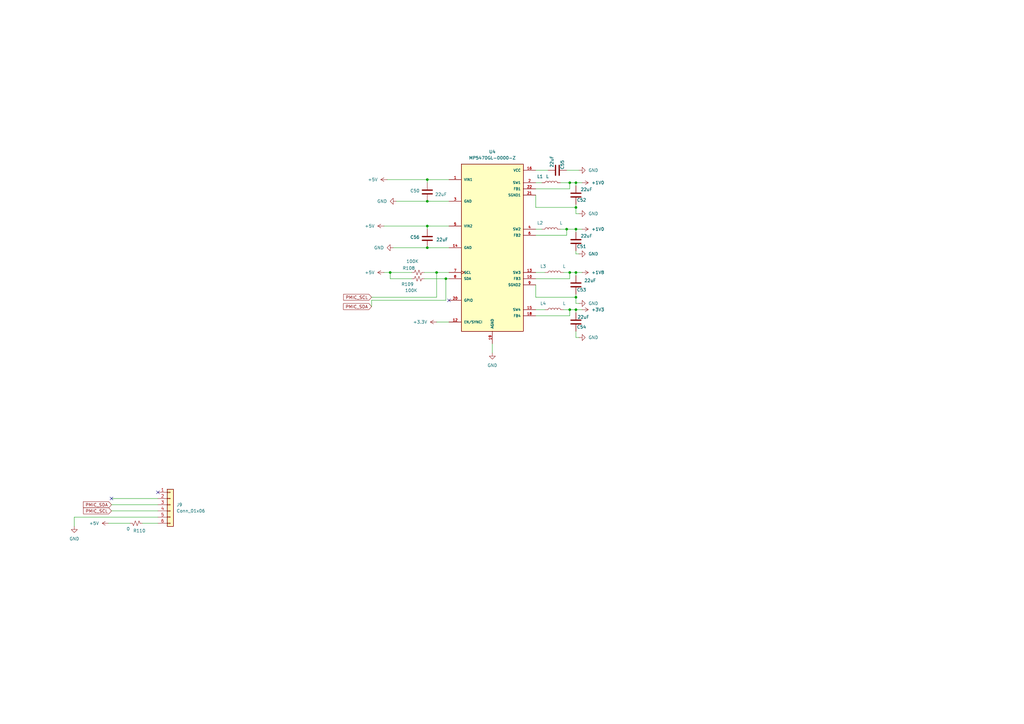
<source format=kicad_sch>
(kicad_sch
	(version 20250114)
	(generator "eeschema")
	(generator_version "9.0")
	(uuid "fd0b9026-2db6-4605-b3fc-3cbfb3de32d7")
	(paper "A3")
	(lib_symbols
		(symbol "Connector_Generic:Conn_01x06"
			(pin_names
				(offset 1.016)
				(hide yes)
			)
			(exclude_from_sim no)
			(in_bom yes)
			(on_board yes)
			(property "Reference" "J"
				(at 0 7.62 0)
				(effects
					(font
						(size 1.27 1.27)
					)
				)
			)
			(property "Value" "Conn_01x06"
				(at 0 -10.16 0)
				(effects
					(font
						(size 1.27 1.27)
					)
				)
			)
			(property "Footprint" ""
				(at 0 0 0)
				(effects
					(font
						(size 1.27 1.27)
					)
					(hide yes)
				)
			)
			(property "Datasheet" "~"
				(at 0 0 0)
				(effects
					(font
						(size 1.27 1.27)
					)
					(hide yes)
				)
			)
			(property "Description" "Generic connector, single row, 01x06, script generated (kicad-library-utils/schlib/autogen/connector/)"
				(at 0 0 0)
				(effects
					(font
						(size 1.27 1.27)
					)
					(hide yes)
				)
			)
			(property "ki_keywords" "connector"
				(at 0 0 0)
				(effects
					(font
						(size 1.27 1.27)
					)
					(hide yes)
				)
			)
			(property "ki_fp_filters" "Connector*:*_1x??_*"
				(at 0 0 0)
				(effects
					(font
						(size 1.27 1.27)
					)
					(hide yes)
				)
			)
			(symbol "Conn_01x06_1_1"
				(rectangle
					(start -1.27 6.35)
					(end 1.27 -8.89)
					(stroke
						(width 0.254)
						(type default)
					)
					(fill
						(type background)
					)
				)
				(rectangle
					(start -1.27 5.207)
					(end 0 4.953)
					(stroke
						(width 0.1524)
						(type default)
					)
					(fill
						(type none)
					)
				)
				(rectangle
					(start -1.27 2.667)
					(end 0 2.413)
					(stroke
						(width 0.1524)
						(type default)
					)
					(fill
						(type none)
					)
				)
				(rectangle
					(start -1.27 0.127)
					(end 0 -0.127)
					(stroke
						(width 0.1524)
						(type default)
					)
					(fill
						(type none)
					)
				)
				(rectangle
					(start -1.27 -2.413)
					(end 0 -2.667)
					(stroke
						(width 0.1524)
						(type default)
					)
					(fill
						(type none)
					)
				)
				(rectangle
					(start -1.27 -4.953)
					(end 0 -5.207)
					(stroke
						(width 0.1524)
						(type default)
					)
					(fill
						(type none)
					)
				)
				(rectangle
					(start -1.27 -7.493)
					(end 0 -7.747)
					(stroke
						(width 0.1524)
						(type default)
					)
					(fill
						(type none)
					)
				)
				(pin passive line
					(at -5.08 5.08 0)
					(length 3.81)
					(name "Pin_1"
						(effects
							(font
								(size 1.27 1.27)
							)
						)
					)
					(number "1"
						(effects
							(font
								(size 1.27 1.27)
							)
						)
					)
				)
				(pin passive line
					(at -5.08 2.54 0)
					(length 3.81)
					(name "Pin_2"
						(effects
							(font
								(size 1.27 1.27)
							)
						)
					)
					(number "2"
						(effects
							(font
								(size 1.27 1.27)
							)
						)
					)
				)
				(pin passive line
					(at -5.08 0 0)
					(length 3.81)
					(name "Pin_3"
						(effects
							(font
								(size 1.27 1.27)
							)
						)
					)
					(number "3"
						(effects
							(font
								(size 1.27 1.27)
							)
						)
					)
				)
				(pin passive line
					(at -5.08 -2.54 0)
					(length 3.81)
					(name "Pin_4"
						(effects
							(font
								(size 1.27 1.27)
							)
						)
					)
					(number "4"
						(effects
							(font
								(size 1.27 1.27)
							)
						)
					)
				)
				(pin passive line
					(at -5.08 -5.08 0)
					(length 3.81)
					(name "Pin_5"
						(effects
							(font
								(size 1.27 1.27)
							)
						)
					)
					(number "5"
						(effects
							(font
								(size 1.27 1.27)
							)
						)
					)
				)
				(pin passive line
					(at -5.08 -7.62 0)
					(length 3.81)
					(name "Pin_6"
						(effects
							(font
								(size 1.27 1.27)
							)
						)
					)
					(number "6"
						(effects
							(font
								(size 1.27 1.27)
							)
						)
					)
				)
			)
			(embedded_fonts no)
		)
		(symbol "Device:C"
			(pin_numbers
				(hide yes)
			)
			(pin_names
				(offset 0.254)
			)
			(exclude_from_sim no)
			(in_bom yes)
			(on_board yes)
			(property "Reference" "C"
				(at 0.635 2.54 0)
				(effects
					(font
						(size 1.27 1.27)
					)
					(justify left)
				)
			)
			(property "Value" "C"
				(at 0.635 -2.54 0)
				(effects
					(font
						(size 1.27 1.27)
					)
					(justify left)
				)
			)
			(property "Footprint" ""
				(at 0.9652 -3.81 0)
				(effects
					(font
						(size 1.27 1.27)
					)
					(hide yes)
				)
			)
			(property "Datasheet" "~"
				(at 0 0 0)
				(effects
					(font
						(size 1.27 1.27)
					)
					(hide yes)
				)
			)
			(property "Description" "Unpolarized capacitor"
				(at 0 0 0)
				(effects
					(font
						(size 1.27 1.27)
					)
					(hide yes)
				)
			)
			(property "ki_keywords" "cap capacitor"
				(at 0 0 0)
				(effects
					(font
						(size 1.27 1.27)
					)
					(hide yes)
				)
			)
			(property "ki_fp_filters" "C_*"
				(at 0 0 0)
				(effects
					(font
						(size 1.27 1.27)
					)
					(hide yes)
				)
			)
			(symbol "C_0_1"
				(polyline
					(pts
						(xy -2.032 0.762) (xy 2.032 0.762)
					)
					(stroke
						(width 0.508)
						(type default)
					)
					(fill
						(type none)
					)
				)
				(polyline
					(pts
						(xy -2.032 -0.762) (xy 2.032 -0.762)
					)
					(stroke
						(width 0.508)
						(type default)
					)
					(fill
						(type none)
					)
				)
			)
			(symbol "C_1_1"
				(pin passive line
					(at 0 3.81 270)
					(length 2.794)
					(name "~"
						(effects
							(font
								(size 1.27 1.27)
							)
						)
					)
					(number "1"
						(effects
							(font
								(size 1.27 1.27)
							)
						)
					)
				)
				(pin passive line
					(at 0 -3.81 90)
					(length 2.794)
					(name "~"
						(effects
							(font
								(size 1.27 1.27)
							)
						)
					)
					(number "2"
						(effects
							(font
								(size 1.27 1.27)
							)
						)
					)
				)
			)
			(embedded_fonts no)
		)
		(symbol "Device:L"
			(pin_numbers
				(hide yes)
			)
			(pin_names
				(offset 1.016)
				(hide yes)
			)
			(exclude_from_sim no)
			(in_bom yes)
			(on_board yes)
			(property "Reference" "L"
				(at -1.27 0 90)
				(effects
					(font
						(size 1.27 1.27)
					)
				)
			)
			(property "Value" "L"
				(at 1.905 0 90)
				(effects
					(font
						(size 1.27 1.27)
					)
				)
			)
			(property "Footprint" ""
				(at 0 0 0)
				(effects
					(font
						(size 1.27 1.27)
					)
					(hide yes)
				)
			)
			(property "Datasheet" "~"
				(at 0 0 0)
				(effects
					(font
						(size 1.27 1.27)
					)
					(hide yes)
				)
			)
			(property "Description" "Inductor"
				(at 0 0 0)
				(effects
					(font
						(size 1.27 1.27)
					)
					(hide yes)
				)
			)
			(property "ki_keywords" "inductor choke coil reactor magnetic"
				(at 0 0 0)
				(effects
					(font
						(size 1.27 1.27)
					)
					(hide yes)
				)
			)
			(property "ki_fp_filters" "Choke_* *Coil* Inductor_* L_*"
				(at 0 0 0)
				(effects
					(font
						(size 1.27 1.27)
					)
					(hide yes)
				)
			)
			(symbol "L_0_1"
				(arc
					(start 0 2.54)
					(mid 0.6323 1.905)
					(end 0 1.27)
					(stroke
						(width 0)
						(type default)
					)
					(fill
						(type none)
					)
				)
				(arc
					(start 0 1.27)
					(mid 0.6323 0.635)
					(end 0 0)
					(stroke
						(width 0)
						(type default)
					)
					(fill
						(type none)
					)
				)
				(arc
					(start 0 0)
					(mid 0.6323 -0.635)
					(end 0 -1.27)
					(stroke
						(width 0)
						(type default)
					)
					(fill
						(type none)
					)
				)
				(arc
					(start 0 -1.27)
					(mid 0.6323 -1.905)
					(end 0 -2.54)
					(stroke
						(width 0)
						(type default)
					)
					(fill
						(type none)
					)
				)
			)
			(symbol "L_1_1"
				(pin passive line
					(at 0 3.81 270)
					(length 1.27)
					(name "1"
						(effects
							(font
								(size 1.27 1.27)
							)
						)
					)
					(number "1"
						(effects
							(font
								(size 1.27 1.27)
							)
						)
					)
				)
				(pin passive line
					(at 0 -3.81 90)
					(length 1.27)
					(name "2"
						(effects
							(font
								(size 1.27 1.27)
							)
						)
					)
					(number "2"
						(effects
							(font
								(size 1.27 1.27)
							)
						)
					)
				)
			)
			(embedded_fonts no)
		)
		(symbol "Device:R_Small_US"
			(pin_numbers
				(hide yes)
			)
			(pin_names
				(offset 0.254)
				(hide yes)
			)
			(exclude_from_sim no)
			(in_bom yes)
			(on_board yes)
			(property "Reference" "R"
				(at 0.762 0.508 0)
				(effects
					(font
						(size 1.27 1.27)
					)
					(justify left)
				)
			)
			(property "Value" "R_Small_US"
				(at 0.762 -1.016 0)
				(effects
					(font
						(size 1.27 1.27)
					)
					(justify left)
				)
			)
			(property "Footprint" ""
				(at 0 0 0)
				(effects
					(font
						(size 1.27 1.27)
					)
					(hide yes)
				)
			)
			(property "Datasheet" "~"
				(at 0 0 0)
				(effects
					(font
						(size 1.27 1.27)
					)
					(hide yes)
				)
			)
			(property "Description" "Resistor, small US symbol"
				(at 0 0 0)
				(effects
					(font
						(size 1.27 1.27)
					)
					(hide yes)
				)
			)
			(property "ki_keywords" "r resistor"
				(at 0 0 0)
				(effects
					(font
						(size 1.27 1.27)
					)
					(hide yes)
				)
			)
			(property "ki_fp_filters" "R_*"
				(at 0 0 0)
				(effects
					(font
						(size 1.27 1.27)
					)
					(hide yes)
				)
			)
			(symbol "R_Small_US_1_1"
				(polyline
					(pts
						(xy 0 1.524) (xy 1.016 1.143) (xy 0 0.762) (xy -1.016 0.381) (xy 0 0)
					)
					(stroke
						(width 0)
						(type default)
					)
					(fill
						(type none)
					)
				)
				(polyline
					(pts
						(xy 0 0) (xy 1.016 -0.381) (xy 0 -0.762) (xy -1.016 -1.143) (xy 0 -1.524)
					)
					(stroke
						(width 0)
						(type default)
					)
					(fill
						(type none)
					)
				)
				(pin passive line
					(at 0 2.54 270)
					(length 1.016)
					(name "~"
						(effects
							(font
								(size 1.27 1.27)
							)
						)
					)
					(number "1"
						(effects
							(font
								(size 1.27 1.27)
							)
						)
					)
				)
				(pin passive line
					(at 0 -2.54 90)
					(length 1.016)
					(name "~"
						(effects
							(font
								(size 1.27 1.27)
							)
						)
					)
					(number "2"
						(effects
							(font
								(size 1.27 1.27)
							)
						)
					)
				)
			)
			(embedded_fonts no)
		)
		(symbol "GND_1"
			(power)
			(pin_numbers
				(hide yes)
			)
			(pin_names
				(offset 0)
				(hide yes)
			)
			(exclude_from_sim no)
			(in_bom yes)
			(on_board yes)
			(property "Reference" "#PWR"
				(at 0 -6.35 0)
				(effects
					(font
						(size 1.27 1.27)
					)
					(hide yes)
				)
			)
			(property "Value" "GND"
				(at 0 -3.81 0)
				(effects
					(font
						(size 1.27 1.27)
					)
				)
			)
			(property "Footprint" ""
				(at 0 0 0)
				(effects
					(font
						(size 1.27 1.27)
					)
					(hide yes)
				)
			)
			(property "Datasheet" ""
				(at 0 0 0)
				(effects
					(font
						(size 1.27 1.27)
					)
					(hide yes)
				)
			)
			(property "Description" "Power symbol creates a global label with name \"GND\" , ground"
				(at 0 0 0)
				(effects
					(font
						(size 1.27 1.27)
					)
					(hide yes)
				)
			)
			(property "ki_keywords" "global power"
				(at 0 0 0)
				(effects
					(font
						(size 1.27 1.27)
					)
					(hide yes)
				)
			)
			(symbol "GND_1_0_1"
				(polyline
					(pts
						(xy 0 0) (xy 0 -1.27) (xy 1.27 -1.27) (xy 0 -2.54) (xy -1.27 -1.27) (xy 0 -1.27)
					)
					(stroke
						(width 0)
						(type default)
					)
					(fill
						(type none)
					)
				)
			)
			(symbol "GND_1_1_1"
				(pin power_in line
					(at 0 0 270)
					(length 0)
					(name "~"
						(effects
							(font
								(size 1.27 1.27)
							)
						)
					)
					(number "1"
						(effects
							(font
								(size 1.27 1.27)
							)
						)
					)
				)
			)
			(embedded_fonts no)
		)
		(symbol "MP5470GL-0000-Z:MP5470GL-0000-Z"
			(pin_names
				(offset 1.016)
			)
			(exclude_from_sim no)
			(in_bom yes)
			(on_board yes)
			(property "Reference" "U"
				(at -12.7 26.162 0)
				(effects
					(font
						(size 1.27 1.27)
					)
					(justify left bottom)
				)
			)
			(property "Value" "MP5470GL-0000-Z"
				(at -7.112 26.416 0)
				(effects
					(font
						(size 1.27 1.27)
					)
					(justify left bottom)
				)
			)
			(property "Footprint" "MP5470GL-0000-Z:IC_MP5470GL-0000-Z"
				(at -10.668 36.576 0)
				(effects
					(font
						(size 1.27 1.27)
					)
					(justify bottom)
					(hide yes)
				)
			)
			(property "Datasheet" ""
				(at 0 0 0)
				(effects
					(font
						(size 1.27 1.27)
					)
					(hide yes)
				)
			)
			(property "Description" ""
				(at 0 0 0)
				(effects
					(font
						(size 1.27 1.27)
					)
					(hide yes)
				)
			)
			(property "MF" "Monolithic Power Systems Inc."
				(at -10.668 36.576 0)
				(effects
					(font
						(size 1.27 1.27)
					)
					(justify bottom)
					(hide yes)
				)
			)
			(property "MAXIMUM_PACKAGE_HEIGHT" "1.0mm"
				(at -10.668 36.576 0)
				(effects
					(font
						(size 1.27 1.27)
					)
					(justify bottom)
					(hide yes)
				)
			)
			(property "Package" "PowerVFQFN-22 Monolithic Power Systems"
				(at -10.668 36.576 0)
				(effects
					(font
						(size 1.27 1.27)
					)
					(justify bottom)
					(hide yes)
				)
			)
			(property "Price" "None"
				(at -10.668 36.576 0)
				(effects
					(font
						(size 1.27 1.27)
					)
					(justify bottom)
					(hide yes)
				)
			)
			(property "Check_prices" "https://www.snapeda.com/parts/MP5470GL-0000-Z/Monolithic+Power+Systems/view-part/?ref=eda"
				(at -7.874 36.322 0)
				(effects
					(font
						(size 1.27 1.27)
					)
					(justify bottom)
					(hide yes)
				)
			)
			(property "STANDARD" "Manufacturer Recommendations"
				(at -10.668 36.576 0)
				(effects
					(font
						(size 1.27 1.27)
					)
					(justify bottom)
					(hide yes)
				)
			)
			(property "PARTREV" "1.0"
				(at -10.668 36.576 0)
				(effects
					(font
						(size 1.27 1.27)
					)
					(justify bottom)
					(hide yes)
				)
			)
			(property "SnapEDA_Link" "https://www.snapeda.com/parts/MP5470GL-0000-Z/Monolithic+Power+Systems/view-part/?ref=snap"
				(at -7.874 36.322 0)
				(effects
					(font
						(size 1.27 1.27)
					)
					(justify bottom)
					(hide yes)
				)
			)
			(property "MP" "MP5470GL-0000-Z"
				(at -10.668 36.576 0)
				(effects
					(font
						(size 1.27 1.27)
					)
					(justify bottom)
					(hide yes)
				)
			)
			(property "Description_1" "General Purpose, Overvoltage Protection PMIC 22-QFN (3x4)"
				(at -10.668 36.576 0)
				(effects
					(font
						(size 1.27 1.27)
					)
					(justify bottom)
					(hide yes)
				)
			)
			(property "Availability" "In Stock"
				(at -10.668 36.576 0)
				(effects
					(font
						(size 1.27 1.27)
					)
					(justify bottom)
					(hide yes)
				)
			)
			(property "MANUFACTURER" "Monolithic Power Systems Inc."
				(at -10.668 36.576 0)
				(effects
					(font
						(size 1.27 1.27)
					)
					(justify bottom)
					(hide yes)
				)
			)
			(symbol "MP5470GL-0000-Z_0_0"
				(rectangle
					(start -12.7 25.4)
					(end 12.7 -43.18)
					(stroke
						(width 0.254)
						(type default)
					)
					(fill
						(type background)
					)
				)
				(pin input line
					(at -17.78 19.05 0)
					(length 5.08)
					(name "VIN1"
						(effects
							(font
								(size 1.016 1.016)
							)
						)
					)
					(number "1"
						(effects
							(font
								(size 1.016 1.016)
							)
						)
					)
				)
				(pin input line
					(at -17.78 0 0)
					(length 5.08)
					(name "VIN2"
						(effects
							(font
								(size 1.016 1.016)
							)
						)
					)
					(number "5"
						(effects
							(font
								(size 1.016 1.016)
							)
						)
					)
				)
				(pin input clock
					(at -17.78 -19.05 0)
					(length 5.08)
					(name "SCL"
						(effects
							(font
								(size 1.016 1.016)
							)
						)
					)
					(number "7"
						(effects
							(font
								(size 1.016 1.016)
							)
						)
					)
				)
				(pin bidirectional line
					(at -17.78 -21.59 0)
					(length 5.08)
					(name "SDA"
						(effects
							(font
								(size 1.016 1.016)
							)
						)
					)
					(number "8"
						(effects
							(font
								(size 1.016 1.016)
							)
						)
					)
				)
				(pin bidirectional line
					(at -17.78 -30.48 0)
					(length 5.08)
					(name "GPIO"
						(effects
							(font
								(size 1.016 1.016)
							)
						)
					)
					(number "20"
						(effects
							(font
								(size 1.016 1.016)
							)
						)
					)
				)
				(pin input line
					(at -17.78 -39.37 0)
					(length 5.08)
					(name "EN/SYNCI"
						(effects
							(font
								(size 1.016 1.016)
							)
						)
					)
					(number "12"
						(effects
							(font
								(size 1.016 1.016)
							)
						)
					)
				)
				(pin power_in line
					(at 0 -48.26 90)
					(length 5.08)
					(name "AGND"
						(effects
							(font
								(size 1.016 1.016)
							)
						)
					)
					(number "19"
						(effects
							(font
								(size 1.016 1.016)
							)
						)
					)
				)
				(pin power_in line
					(at 17.78 22.86 180)
					(length 5.08)
					(name "VCC"
						(effects
							(font
								(size 1.016 1.016)
							)
						)
					)
					(number "16"
						(effects
							(font
								(size 1.016 1.016)
							)
						)
					)
				)
				(pin output line
					(at 17.78 17.78 180)
					(length 5.08)
					(name "SW1"
						(effects
							(font
								(size 1.016 1.016)
							)
						)
					)
					(number "2"
						(effects
							(font
								(size 1.016 1.016)
							)
						)
					)
				)
				(pin passive line
					(at 17.78 15.24 180)
					(length 5.08)
					(name "FB1"
						(effects
							(font
								(size 1.016 1.016)
							)
						)
					)
					(number "22"
						(effects
							(font
								(size 1.016 1.016)
							)
						)
					)
				)
				(pin power_in line
					(at 17.78 12.7 180)
					(length 5.08)
					(name "SGND1"
						(effects
							(font
								(size 1.016 1.016)
							)
						)
					)
					(number "21"
						(effects
							(font
								(size 1.016 1.016)
							)
						)
					)
				)
				(pin output line
					(at 17.78 -1.27 180)
					(length 5.08)
					(name "SW2"
						(effects
							(font
								(size 1.016 1.016)
							)
						)
					)
					(number "4"
						(effects
							(font
								(size 1.016 1.016)
							)
						)
					)
				)
				(pin passive line
					(at 17.78 -3.81 180)
					(length 5.08)
					(name "FB2"
						(effects
							(font
								(size 1.016 1.016)
							)
						)
					)
					(number "6"
						(effects
							(font
								(size 1.016 1.016)
							)
						)
					)
				)
				(pin output line
					(at 17.78 -19.05 180)
					(length 5.08)
					(name "SW3"
						(effects
							(font
								(size 1.016 1.016)
							)
						)
					)
					(number "13"
						(effects
							(font
								(size 1.016 1.016)
							)
						)
					)
				)
				(pin passive line
					(at 17.78 -21.59 180)
					(length 5.08)
					(name "FB3"
						(effects
							(font
								(size 1.016 1.016)
							)
						)
					)
					(number "10"
						(effects
							(font
								(size 1.016 1.016)
							)
						)
					)
				)
				(pin power_in line
					(at 17.78 -24.13 180)
					(length 5.08)
					(name "SGND2"
						(effects
							(font
								(size 1.016 1.016)
							)
						)
					)
					(number "9"
						(effects
							(font
								(size 1.016 1.016)
							)
						)
					)
				)
				(pin output line
					(at 17.78 -34.29 180)
					(length 5.08)
					(name "SW4"
						(effects
							(font
								(size 1.016 1.016)
							)
						)
					)
					(number "15"
						(effects
							(font
								(size 1.016 1.016)
							)
						)
					)
				)
				(pin passive line
					(at 17.78 -36.83 180)
					(length 5.08)
					(name "FB4"
						(effects
							(font
								(size 1.016 1.016)
							)
						)
					)
					(number "18"
						(effects
							(font
								(size 1.016 1.016)
							)
						)
					)
				)
			)
			(symbol "MP5470GL-0000-Z_1_0"
				(pin passive line
					(at -17.78 10.16 0)
					(length 5.08)
					(name "GND"
						(effects
							(font
								(size 1.016 1.016)
							)
						)
					)
					(number "3"
						(effects
							(font
								(size 1.016 1.016)
							)
						)
					)
				)
				(pin passive line
					(at -17.78 -8.89 0)
					(length 5.08)
					(name "GND"
						(effects
							(font
								(size 1.016 1.016)
							)
						)
					)
					(number "14"
						(effects
							(font
								(size 1.016 1.016)
							)
						)
					)
				)
			)
			(embedded_fonts no)
		)
		(symbol "power:+1V0"
			(power)
			(pin_numbers
				(hide yes)
			)
			(pin_names
				(offset 0)
				(hide yes)
			)
			(exclude_from_sim no)
			(in_bom yes)
			(on_board yes)
			(property "Reference" "#PWR"
				(at 0 -3.81 0)
				(effects
					(font
						(size 1.27 1.27)
					)
					(hide yes)
				)
			)
			(property "Value" "+1V0"
				(at 0 3.556 0)
				(effects
					(font
						(size 1.27 1.27)
					)
				)
			)
			(property "Footprint" ""
				(at 0 0 0)
				(effects
					(font
						(size 1.27 1.27)
					)
					(hide yes)
				)
			)
			(property "Datasheet" ""
				(at 0 0 0)
				(effects
					(font
						(size 1.27 1.27)
					)
					(hide yes)
				)
			)
			(property "Description" "Power symbol creates a global label with name \"+1V0\""
				(at 0 0 0)
				(effects
					(font
						(size 1.27 1.27)
					)
					(hide yes)
				)
			)
			(property "ki_keywords" "global power"
				(at 0 0 0)
				(effects
					(font
						(size 1.27 1.27)
					)
					(hide yes)
				)
			)
			(symbol "+1V0_0_1"
				(polyline
					(pts
						(xy -0.762 1.27) (xy 0 2.54)
					)
					(stroke
						(width 0)
						(type default)
					)
					(fill
						(type none)
					)
				)
				(polyline
					(pts
						(xy 0 2.54) (xy 0.762 1.27)
					)
					(stroke
						(width 0)
						(type default)
					)
					(fill
						(type none)
					)
				)
				(polyline
					(pts
						(xy 0 0) (xy 0 2.54)
					)
					(stroke
						(width 0)
						(type default)
					)
					(fill
						(type none)
					)
				)
			)
			(symbol "+1V0_1_1"
				(pin power_in line
					(at 0 0 90)
					(length 0)
					(name "~"
						(effects
							(font
								(size 1.27 1.27)
							)
						)
					)
					(number "1"
						(effects
							(font
								(size 1.27 1.27)
							)
						)
					)
				)
			)
			(embedded_fonts no)
		)
		(symbol "power:+1V8"
			(power)
			(pin_numbers
				(hide yes)
			)
			(pin_names
				(offset 0)
				(hide yes)
			)
			(exclude_from_sim no)
			(in_bom yes)
			(on_board yes)
			(property "Reference" "#PWR"
				(at 0 -3.81 0)
				(effects
					(font
						(size 1.27 1.27)
					)
					(hide yes)
				)
			)
			(property "Value" "+1V8"
				(at 0 3.556 0)
				(effects
					(font
						(size 1.27 1.27)
					)
				)
			)
			(property "Footprint" ""
				(at 0 0 0)
				(effects
					(font
						(size 1.27 1.27)
					)
					(hide yes)
				)
			)
			(property "Datasheet" ""
				(at 0 0 0)
				(effects
					(font
						(size 1.27 1.27)
					)
					(hide yes)
				)
			)
			(property "Description" "Power symbol creates a global label with name \"+1V8\""
				(at 0 0 0)
				(effects
					(font
						(size 1.27 1.27)
					)
					(hide yes)
				)
			)
			(property "ki_keywords" "global power"
				(at 0 0 0)
				(effects
					(font
						(size 1.27 1.27)
					)
					(hide yes)
				)
			)
			(symbol "+1V8_0_1"
				(polyline
					(pts
						(xy -0.762 1.27) (xy 0 2.54)
					)
					(stroke
						(width 0)
						(type default)
					)
					(fill
						(type none)
					)
				)
				(polyline
					(pts
						(xy 0 2.54) (xy 0.762 1.27)
					)
					(stroke
						(width 0)
						(type default)
					)
					(fill
						(type none)
					)
				)
				(polyline
					(pts
						(xy 0 0) (xy 0 2.54)
					)
					(stroke
						(width 0)
						(type default)
					)
					(fill
						(type none)
					)
				)
			)
			(symbol "+1V8_1_1"
				(pin power_in line
					(at 0 0 90)
					(length 0)
					(name "~"
						(effects
							(font
								(size 1.27 1.27)
							)
						)
					)
					(number "1"
						(effects
							(font
								(size 1.27 1.27)
							)
						)
					)
				)
			)
			(embedded_fonts no)
		)
		(symbol "power:+3.3V"
			(power)
			(pin_numbers
				(hide yes)
			)
			(pin_names
				(offset 0)
				(hide yes)
			)
			(exclude_from_sim no)
			(in_bom yes)
			(on_board yes)
			(property "Reference" "#PWR"
				(at 0 -3.81 0)
				(effects
					(font
						(size 1.27 1.27)
					)
					(hide yes)
				)
			)
			(property "Value" "+3.3V"
				(at 0 3.556 0)
				(effects
					(font
						(size 1.27 1.27)
					)
				)
			)
			(property "Footprint" ""
				(at 0 0 0)
				(effects
					(font
						(size 1.27 1.27)
					)
					(hide yes)
				)
			)
			(property "Datasheet" ""
				(at 0 0 0)
				(effects
					(font
						(size 1.27 1.27)
					)
					(hide yes)
				)
			)
			(property "Description" "Power symbol creates a global label with name \"+3.3V\""
				(at 0 0 0)
				(effects
					(font
						(size 1.27 1.27)
					)
					(hide yes)
				)
			)
			(property "ki_keywords" "global power"
				(at 0 0 0)
				(effects
					(font
						(size 1.27 1.27)
					)
					(hide yes)
				)
			)
			(symbol "+3.3V_0_1"
				(polyline
					(pts
						(xy -0.762 1.27) (xy 0 2.54)
					)
					(stroke
						(width 0)
						(type default)
					)
					(fill
						(type none)
					)
				)
				(polyline
					(pts
						(xy 0 2.54) (xy 0.762 1.27)
					)
					(stroke
						(width 0)
						(type default)
					)
					(fill
						(type none)
					)
				)
				(polyline
					(pts
						(xy 0 0) (xy 0 2.54)
					)
					(stroke
						(width 0)
						(type default)
					)
					(fill
						(type none)
					)
				)
			)
			(symbol "+3.3V_1_1"
				(pin power_in line
					(at 0 0 90)
					(length 0)
					(name "~"
						(effects
							(font
								(size 1.27 1.27)
							)
						)
					)
					(number "1"
						(effects
							(font
								(size 1.27 1.27)
							)
						)
					)
				)
			)
			(embedded_fonts no)
		)
		(symbol "power:+3V3"
			(power)
			(pin_numbers
				(hide yes)
			)
			(pin_names
				(offset 0)
				(hide yes)
			)
			(exclude_from_sim no)
			(in_bom yes)
			(on_board yes)
			(property "Reference" "#PWR"
				(at 0 -3.81 0)
				(effects
					(font
						(size 1.27 1.27)
					)
					(hide yes)
				)
			)
			(property "Value" "+3V3"
				(at 0 3.556 0)
				(effects
					(font
						(size 1.27 1.27)
					)
				)
			)
			(property "Footprint" ""
				(at 0 0 0)
				(effects
					(font
						(size 1.27 1.27)
					)
					(hide yes)
				)
			)
			(property "Datasheet" ""
				(at 0 0 0)
				(effects
					(font
						(size 1.27 1.27)
					)
					(hide yes)
				)
			)
			(property "Description" "Power symbol creates a global label with name \"+3V3\""
				(at 0 0 0)
				(effects
					(font
						(size 1.27 1.27)
					)
					(hide yes)
				)
			)
			(property "ki_keywords" "global power"
				(at 0 0 0)
				(effects
					(font
						(size 1.27 1.27)
					)
					(hide yes)
				)
			)
			(symbol "+3V3_0_1"
				(polyline
					(pts
						(xy -0.762 1.27) (xy 0 2.54)
					)
					(stroke
						(width 0)
						(type default)
					)
					(fill
						(type none)
					)
				)
				(polyline
					(pts
						(xy 0 2.54) (xy 0.762 1.27)
					)
					(stroke
						(width 0)
						(type default)
					)
					(fill
						(type none)
					)
				)
				(polyline
					(pts
						(xy 0 0) (xy 0 2.54)
					)
					(stroke
						(width 0)
						(type default)
					)
					(fill
						(type none)
					)
				)
			)
			(symbol "+3V3_1_1"
				(pin power_in line
					(at 0 0 90)
					(length 0)
					(name "~"
						(effects
							(font
								(size 1.27 1.27)
							)
						)
					)
					(number "1"
						(effects
							(font
								(size 1.27 1.27)
							)
						)
					)
				)
			)
			(embedded_fonts no)
		)
		(symbol "power:+5V"
			(power)
			(pin_numbers
				(hide yes)
			)
			(pin_names
				(offset 0)
				(hide yes)
			)
			(exclude_from_sim no)
			(in_bom yes)
			(on_board yes)
			(property "Reference" "#PWR"
				(at 0 -3.81 0)
				(effects
					(font
						(size 1.27 1.27)
					)
					(hide yes)
				)
			)
			(property "Value" "+5V"
				(at 0 3.556 0)
				(effects
					(font
						(size 1.27 1.27)
					)
				)
			)
			(property "Footprint" ""
				(at 0 0 0)
				(effects
					(font
						(size 1.27 1.27)
					)
					(hide yes)
				)
			)
			(property "Datasheet" ""
				(at 0 0 0)
				(effects
					(font
						(size 1.27 1.27)
					)
					(hide yes)
				)
			)
			(property "Description" "Power symbol creates a global label with name \"+5V\""
				(at 0 0 0)
				(effects
					(font
						(size 1.27 1.27)
					)
					(hide yes)
				)
			)
			(property "ki_keywords" "global power"
				(at 0 0 0)
				(effects
					(font
						(size 1.27 1.27)
					)
					(hide yes)
				)
			)
			(symbol "+5V_0_1"
				(polyline
					(pts
						(xy -0.762 1.27) (xy 0 2.54)
					)
					(stroke
						(width 0)
						(type default)
					)
					(fill
						(type none)
					)
				)
				(polyline
					(pts
						(xy 0 2.54) (xy 0.762 1.27)
					)
					(stroke
						(width 0)
						(type default)
					)
					(fill
						(type none)
					)
				)
				(polyline
					(pts
						(xy 0 0) (xy 0 2.54)
					)
					(stroke
						(width 0)
						(type default)
					)
					(fill
						(type none)
					)
				)
			)
			(symbol "+5V_1_1"
				(pin power_in line
					(at 0 0 90)
					(length 0)
					(name "~"
						(effects
							(font
								(size 1.27 1.27)
							)
						)
					)
					(number "1"
						(effects
							(font
								(size 1.27 1.27)
							)
						)
					)
				)
			)
			(embedded_fonts no)
		)
		(symbol "power:GND"
			(power)
			(pin_numbers
				(hide yes)
			)
			(pin_names
				(offset 0)
				(hide yes)
			)
			(exclude_from_sim no)
			(in_bom yes)
			(on_board yes)
			(property "Reference" "#PWR"
				(at 0 -6.35 0)
				(effects
					(font
						(size 1.27 1.27)
					)
					(hide yes)
				)
			)
			(property "Value" "GND"
				(at 0 -3.81 0)
				(effects
					(font
						(size 1.27 1.27)
					)
				)
			)
			(property "Footprint" ""
				(at 0 0 0)
				(effects
					(font
						(size 1.27 1.27)
					)
					(hide yes)
				)
			)
			(property "Datasheet" ""
				(at 0 0 0)
				(effects
					(font
						(size 1.27 1.27)
					)
					(hide yes)
				)
			)
			(property "Description" "Power symbol creates a global label with name \"GND\" , ground"
				(at 0 0 0)
				(effects
					(font
						(size 1.27 1.27)
					)
					(hide yes)
				)
			)
			(property "ki_keywords" "global power"
				(at 0 0 0)
				(effects
					(font
						(size 1.27 1.27)
					)
					(hide yes)
				)
			)
			(symbol "GND_0_1"
				(polyline
					(pts
						(xy 0 0) (xy 0 -1.27) (xy 1.27 -1.27) (xy 0 -2.54) (xy -1.27 -1.27) (xy 0 -1.27)
					)
					(stroke
						(width 0)
						(type default)
					)
					(fill
						(type none)
					)
				)
			)
			(symbol "GND_1_1"
				(pin power_in line
					(at 0 0 270)
					(length 0)
					(name "~"
						(effects
							(font
								(size 1.27 1.27)
							)
						)
					)
					(number "1"
						(effects
							(font
								(size 1.27 1.27)
							)
						)
					)
				)
			)
			(embedded_fonts no)
		)
	)
	(junction
		(at 236.22 93.98)
		(diameter 0)
		(color 0 0 0 0)
		(uuid "0d63e794-22e8-4f41-b61d-63be9b278138")
	)
	(junction
		(at 232.41 93.98)
		(diameter 0)
		(color 0 0 0 0)
		(uuid "282f6d4f-1f08-470a-b97f-b65ff1966678")
	)
	(junction
		(at 233.68 111.76)
		(diameter 0)
		(color 0 0 0 0)
		(uuid "2dd59dcf-e98c-4b19-902a-dd82b85ca7dc")
	)
	(junction
		(at 236.22 111.76)
		(diameter 0)
		(color 0 0 0 0)
		(uuid "44ff54eb-90de-4b04-b8a5-8688c5767def")
	)
	(junction
		(at 175.26 73.66)
		(diameter 0)
		(color 0 0 0 0)
		(uuid "4725bfdf-616a-4db1-bf26-4ead78ef7368")
	)
	(junction
		(at 182.88 114.3)
		(diameter 0)
		(color 0 0 0 0)
		(uuid "52b77268-20c4-4969-9bbd-34c528eab780")
	)
	(junction
		(at 175.26 101.6)
		(diameter 0)
		(color 0 0 0 0)
		(uuid "52d9708d-a82e-4422-8e7b-98f348b8dc51")
	)
	(junction
		(at 236.22 85.09)
		(diameter 0)
		(color 0 0 0 0)
		(uuid "585449f0-4e90-45da-9a53-762e7c8c3de8")
	)
	(junction
		(at 175.26 92.71)
		(diameter 0)
		(color 0 0 0 0)
		(uuid "63defeac-7d89-41a0-bc1b-bb0b03393589")
	)
	(junction
		(at 160.02 111.76)
		(diameter 0)
		(color 0 0 0 0)
		(uuid "73d40872-b525-4cd0-b13c-b8a905addd59")
	)
	(junction
		(at 179.07 111.76)
		(diameter 0)
		(color 0 0 0 0)
		(uuid "7b0d7afb-8deb-41e3-b340-a3b8b7fa12cf")
	)
	(junction
		(at 233.68 127)
		(diameter 0)
		(color 0 0 0 0)
		(uuid "87102642-c916-4170-9cb5-09d52685aaf7")
	)
	(junction
		(at 236.22 121.92)
		(diameter 0)
		(color 0 0 0 0)
		(uuid "898c6713-7aec-419c-854f-e7a94c44350b")
	)
	(junction
		(at 236.22 74.93)
		(diameter 0)
		(color 0 0 0 0)
		(uuid "b1967894-f95e-42f7-b328-155d047be6ed")
	)
	(junction
		(at 175.26 82.55)
		(diameter 0)
		(color 0 0 0 0)
		(uuid "bdab92fc-148a-423e-b5bd-ac4a54075e4c")
	)
	(junction
		(at 233.68 74.93)
		(diameter 0)
		(color 0 0 0 0)
		(uuid "c73e692f-78e8-4b8d-be84-24bc349fd690")
	)
	(junction
		(at 236.22 127)
		(diameter 0)
		(color 0 0 0 0)
		(uuid "e17dcd3f-f685-47ae-acee-dd4e0d077e3b")
	)
	(no_connect
		(at 45.72 204.47)
		(uuid "15816d86-a87e-44b6-8ae3-00966f9ca301")
	)
	(no_connect
		(at 184.15 123.19)
		(uuid "f43ac10d-704b-4516-97c1-968e29081e53")
	)
	(no_connect
		(at 64.77 201.93)
		(uuid "fa6dc54e-6ebd-45c0-bbcb-1c06f41313bd")
	)
	(wire
		(pts
			(xy 232.41 69.85) (xy 237.49 69.85)
		)
		(stroke
			(width 0)
			(type default)
		)
		(uuid "02492553-4392-4c83-bfd9-7963ce002334")
	)
	(wire
		(pts
			(xy 229.87 74.93) (xy 233.68 74.93)
		)
		(stroke
			(width 0)
			(type default)
		)
		(uuid "0ad8342e-ed6f-478f-8cd2-3e5d6fb2b9c0")
	)
	(wire
		(pts
			(xy 175.26 92.71) (xy 184.15 92.71)
		)
		(stroke
			(width 0)
			(type default)
		)
		(uuid "0b4461dd-6763-43b6-bd18-5d6aaab81de9")
	)
	(wire
		(pts
			(xy 233.68 127) (xy 233.68 129.54)
		)
		(stroke
			(width 0)
			(type default)
		)
		(uuid "0cb9f555-a0b5-42a5-929e-68d6b36eeb1f")
	)
	(wire
		(pts
			(xy 233.68 111.76) (xy 236.22 111.76)
		)
		(stroke
			(width 0)
			(type default)
		)
		(uuid "0e6b0f63-dcbb-4548-ae4a-d5571a880bba")
	)
	(wire
		(pts
			(xy 152.4 121.92) (xy 179.07 121.92)
		)
		(stroke
			(width 0)
			(type default)
		)
		(uuid "11139471-047e-4dc7-86d0-25e061df86c4")
	)
	(wire
		(pts
			(xy 182.88 114.3) (xy 182.88 123.19)
		)
		(stroke
			(width 0)
			(type default)
		)
		(uuid "13d90d58-94bc-487f-9e3a-f3c8e3fbafee")
	)
	(wire
		(pts
			(xy 236.22 138.43) (xy 237.49 138.43)
		)
		(stroke
			(width 0)
			(type default)
		)
		(uuid "15e314df-c7f6-4b68-a168-3b4434259a85")
	)
	(wire
		(pts
			(xy 219.71 85.09) (xy 236.22 85.09)
		)
		(stroke
			(width 0)
			(type default)
		)
		(uuid "17116a63-3e6c-43d5-8499-bd102bee1349")
	)
	(wire
		(pts
			(xy 175.26 73.66) (xy 175.26 74.93)
		)
		(stroke
			(width 0)
			(type default)
		)
		(uuid "1c8f4eaf-d468-44fe-8e4e-24cc23457f7d")
	)
	(wire
		(pts
			(xy 231.14 111.76) (xy 233.68 111.76)
		)
		(stroke
			(width 0)
			(type default)
		)
		(uuid "1f58b8b4-34b8-4e76-a285-050562319bae")
	)
	(wire
		(pts
			(xy 236.22 74.93) (xy 236.22 76.2)
		)
		(stroke
			(width 0)
			(type default)
		)
		(uuid "201e78a4-b0d9-4c7d-a677-662e1a4c94f7")
	)
	(wire
		(pts
			(xy 152.4 123.19) (xy 182.88 123.19)
		)
		(stroke
			(width 0)
			(type default)
		)
		(uuid "21e06fa7-f924-47d4-a710-9bd79f82966c")
	)
	(wire
		(pts
			(xy 236.22 87.63) (xy 237.49 87.63)
		)
		(stroke
			(width 0)
			(type default)
		)
		(uuid "222fa407-1081-4103-b1e0-12b110d45cd9")
	)
	(wire
		(pts
			(xy 157.48 111.76) (xy 160.02 111.76)
		)
		(stroke
			(width 0)
			(type default)
		)
		(uuid "27daa926-a771-4482-aed0-e4069dbb51d4")
	)
	(wire
		(pts
			(xy 219.71 127) (xy 223.52 127)
		)
		(stroke
			(width 0)
			(type default)
		)
		(uuid "2f3436bc-0926-44cc-9478-9733e47c9d6d")
	)
	(wire
		(pts
			(xy 30.48 212.09) (xy 64.77 212.09)
		)
		(stroke
			(width 0)
			(type default)
		)
		(uuid "31014af4-0d44-48e9-a95a-97e7841065a8")
	)
	(wire
		(pts
			(xy 64.77 209.55) (xy 45.72 209.55)
		)
		(stroke
			(width 0)
			(type default)
		)
		(uuid "31d78998-ba9f-44ac-8373-78cdc496e9c3")
	)
	(wire
		(pts
			(xy 179.07 111.76) (xy 179.07 121.92)
		)
		(stroke
			(width 0)
			(type default)
		)
		(uuid "3301b68d-d503-4d34-801c-c319da62c02d")
	)
	(wire
		(pts
			(xy 219.71 111.76) (xy 223.52 111.76)
		)
		(stroke
			(width 0)
			(type default)
		)
		(uuid "372aea31-4269-4cde-847b-a0f3c6e551d4")
	)
	(wire
		(pts
			(xy 175.26 73.66) (xy 184.15 73.66)
		)
		(stroke
			(width 0)
			(type default)
		)
		(uuid "40ccf156-3a0c-4f56-a598-83a44037e203")
	)
	(wire
		(pts
			(xy 219.71 80.01) (xy 219.71 85.09)
		)
		(stroke
			(width 0)
			(type default)
		)
		(uuid "44426467-fbb5-4fe7-9d30-bbcab5883620")
	)
	(wire
		(pts
			(xy 219.71 96.52) (xy 232.41 96.52)
		)
		(stroke
			(width 0)
			(type default)
		)
		(uuid "492b885c-b8c7-44a7-aec9-6c34dc22390e")
	)
	(wire
		(pts
			(xy 152.4 123.19) (xy 152.4 125.73)
		)
		(stroke
			(width 0)
			(type default)
		)
		(uuid "4a6dd7cb-3aba-4b6f-bca1-2ec82eeb0fff")
	)
	(wire
		(pts
			(xy 236.22 111.76) (xy 236.22 113.03)
		)
		(stroke
			(width 0)
			(type default)
		)
		(uuid "4dd8fe87-3b7c-4ffb-b284-283d5028e9a2")
	)
	(wire
		(pts
			(xy 219.71 129.54) (xy 233.68 129.54)
		)
		(stroke
			(width 0)
			(type default)
		)
		(uuid "5666c58f-076f-404c-95e0-38f48fbb4d94")
	)
	(wire
		(pts
			(xy 236.22 85.09) (xy 236.22 87.63)
		)
		(stroke
			(width 0)
			(type default)
		)
		(uuid "59fee609-9a40-43a4-9347-a4c3bbaf47c2")
	)
	(wire
		(pts
			(xy 179.07 132.08) (xy 184.15 132.08)
		)
		(stroke
			(width 0)
			(type default)
		)
		(uuid "5ba68e74-037b-422e-b094-6e16640ad76d")
	)
	(wire
		(pts
			(xy 53.34 214.63) (xy 44.45 214.63)
		)
		(stroke
			(width 0)
			(type default)
		)
		(uuid "63804d71-ade0-4484-8123-1c425f91a5c0")
	)
	(wire
		(pts
			(xy 219.71 93.98) (xy 222.25 93.98)
		)
		(stroke
			(width 0)
			(type default)
		)
		(uuid "639303a2-3a8b-480e-b0a0-cf84c545d3ec")
	)
	(wire
		(pts
			(xy 233.68 74.93) (xy 236.22 74.93)
		)
		(stroke
			(width 0)
			(type default)
		)
		(uuid "66f4f556-0c80-4956-9210-4090153509e9")
	)
	(wire
		(pts
			(xy 64.77 204.47) (xy 45.72 204.47)
		)
		(stroke
			(width 0)
			(type default)
		)
		(uuid "6f97610a-4c05-494e-8020-8bd13ed94f7b")
	)
	(wire
		(pts
			(xy 219.71 114.3) (xy 233.68 114.3)
		)
		(stroke
			(width 0)
			(type default)
		)
		(uuid "711d2e08-15c4-4b56-8ea7-039c621c84ff")
	)
	(wire
		(pts
			(xy 236.22 120.65) (xy 236.22 121.92)
		)
		(stroke
			(width 0)
			(type default)
		)
		(uuid "725befda-01a1-4034-a93c-80ea554908d4")
	)
	(wire
		(pts
			(xy 233.68 74.93) (xy 233.68 77.47)
		)
		(stroke
			(width 0)
			(type default)
		)
		(uuid "733bb73b-1a33-41e7-af20-c40afb7eef26")
	)
	(wire
		(pts
			(xy 236.22 127) (xy 236.22 128.27)
		)
		(stroke
			(width 0)
			(type default)
		)
		(uuid "7678f099-7f84-4961-bb17-eca100dfab7f")
	)
	(wire
		(pts
			(xy 236.22 127) (xy 238.76 127)
		)
		(stroke
			(width 0)
			(type default)
		)
		(uuid "77921701-2637-4744-b989-3f76821e91e7")
	)
	(wire
		(pts
			(xy 236.22 93.98) (xy 238.76 93.98)
		)
		(stroke
			(width 0)
			(type default)
		)
		(uuid "78681ee4-38c0-42ed-9175-bced0bc50f6d")
	)
	(wire
		(pts
			(xy 229.87 93.98) (xy 232.41 93.98)
		)
		(stroke
			(width 0)
			(type default)
		)
		(uuid "7a356d74-21b3-4575-9679-d3503e20762a")
	)
	(wire
		(pts
			(xy 175.26 101.6) (xy 184.15 101.6)
		)
		(stroke
			(width 0)
			(type default)
		)
		(uuid "7a64899a-2570-4006-b50c-c381639af664")
	)
	(wire
		(pts
			(xy 236.22 93.98) (xy 236.22 95.25)
		)
		(stroke
			(width 0)
			(type default)
		)
		(uuid "7a6c0e8a-5779-4966-8fec-ccfbacac132f")
	)
	(wire
		(pts
			(xy 162.56 82.55) (xy 175.26 82.55)
		)
		(stroke
			(width 0)
			(type default)
		)
		(uuid "7b4b0a25-3729-430f-bb9f-0114500ae1ca")
	)
	(wire
		(pts
			(xy 233.68 111.76) (xy 233.68 114.3)
		)
		(stroke
			(width 0)
			(type default)
		)
		(uuid "7d43f09e-ba20-4c61-a42d-7dbe83bf84e0")
	)
	(wire
		(pts
			(xy 64.77 214.63) (xy 58.42 214.63)
		)
		(stroke
			(width 0)
			(type default)
		)
		(uuid "82043a6f-c7c0-4039-8562-f1b5adef7068")
	)
	(wire
		(pts
			(xy 219.71 121.92) (xy 236.22 121.92)
		)
		(stroke
			(width 0)
			(type default)
		)
		(uuid "8322820b-968d-46ab-8d19-42037eb1f083")
	)
	(wire
		(pts
			(xy 175.26 92.71) (xy 175.26 93.98)
		)
		(stroke
			(width 0)
			(type default)
		)
		(uuid "83da08cd-b8d5-48e8-ae45-b2b84ccb7dca")
	)
	(wire
		(pts
			(xy 236.22 74.93) (xy 238.76 74.93)
		)
		(stroke
			(width 0)
			(type default)
		)
		(uuid "8509d90e-6da2-46b1-a8c5-6d92b9b1635b")
	)
	(wire
		(pts
			(xy 64.77 207.01) (xy 45.72 207.01)
		)
		(stroke
			(width 0)
			(type default)
		)
		(uuid "8afa944b-84fd-4d23-bae9-37fbd599f876")
	)
	(wire
		(pts
			(xy 219.71 116.84) (xy 219.71 121.92)
		)
		(stroke
			(width 0)
			(type default)
		)
		(uuid "8bf9bc03-6c68-4997-a066-03ce6454966e")
	)
	(wire
		(pts
			(xy 158.75 73.66) (xy 175.26 73.66)
		)
		(stroke
			(width 0)
			(type default)
		)
		(uuid "964ac105-8a4f-4cb0-88e7-f4beadcbbd16")
	)
	(wire
		(pts
			(xy 173.99 111.76) (xy 179.07 111.76)
		)
		(stroke
			(width 0)
			(type default)
		)
		(uuid "97e03982-2ace-4e66-bfbf-22f0303209df")
	)
	(wire
		(pts
			(xy 232.41 93.98) (xy 232.41 96.52)
		)
		(stroke
			(width 0)
			(type default)
		)
		(uuid "9889e253-2390-4df3-94ee-7da6de45eb86")
	)
	(wire
		(pts
			(xy 236.22 83.82) (xy 236.22 85.09)
		)
		(stroke
			(width 0)
			(type default)
		)
		(uuid "9c852ea3-24c1-434c-9528-7f38865673c7")
	)
	(wire
		(pts
			(xy 219.71 74.93) (xy 222.25 74.93)
		)
		(stroke
			(width 0)
			(type default)
		)
		(uuid "9e79efa0-1703-4f1a-9134-138d9adbd24a")
	)
	(wire
		(pts
			(xy 236.22 135.89) (xy 236.22 138.43)
		)
		(stroke
			(width 0)
			(type default)
		)
		(uuid "ac6cdcaf-066f-4f80-891a-5cb22389423c")
	)
	(wire
		(pts
			(xy 160.02 111.76) (xy 168.91 111.76)
		)
		(stroke
			(width 0)
			(type default)
		)
		(uuid "b2ead594-3e41-4cbc-85b2-d5fe2b90ea11")
	)
	(wire
		(pts
			(xy 157.48 92.71) (xy 175.26 92.71)
		)
		(stroke
			(width 0)
			(type default)
		)
		(uuid "b3394b51-11c3-4453-b74d-de9678f47a24")
	)
	(wire
		(pts
			(xy 160.02 114.3) (xy 160.02 111.76)
		)
		(stroke
			(width 0)
			(type default)
		)
		(uuid "b3a33fe2-5f97-4e6f-ad06-f7cc62f58596")
	)
	(wire
		(pts
			(xy 161.29 101.6) (xy 175.26 101.6)
		)
		(stroke
			(width 0)
			(type default)
		)
		(uuid "bba85adb-5a8a-4e2e-8a1a-3cf7e99a42f7")
	)
	(wire
		(pts
			(xy 175.26 82.55) (xy 184.15 82.55)
		)
		(stroke
			(width 0)
			(type default)
		)
		(uuid "bf381988-a7d4-464f-9360-21abcbc5a4df")
	)
	(wire
		(pts
			(xy 219.71 69.85) (xy 224.79 69.85)
		)
		(stroke
			(width 0)
			(type default)
		)
		(uuid "c0bc47d8-bc95-4df2-a2fe-9e98a6a1fb23")
	)
	(wire
		(pts
			(xy 30.48 212.09) (xy 30.48 215.9)
		)
		(stroke
			(width 0)
			(type default)
		)
		(uuid "cf2c8e1a-71fc-4911-bbba-e0c5d583d0c0")
	)
	(wire
		(pts
			(xy 231.14 127) (xy 233.68 127)
		)
		(stroke
			(width 0)
			(type default)
		)
		(uuid "d767c942-4e23-4186-ad83-850ba7e596fb")
	)
	(wire
		(pts
			(xy 232.41 93.98) (xy 236.22 93.98)
		)
		(stroke
			(width 0)
			(type default)
		)
		(uuid "d9123410-a3b2-4451-aabb-b0aa5a25340a")
	)
	(wire
		(pts
			(xy 179.07 111.76) (xy 184.15 111.76)
		)
		(stroke
			(width 0)
			(type default)
		)
		(uuid "dc0c6864-0a54-4cf0-b331-00db5188cbe7")
	)
	(wire
		(pts
			(xy 182.88 114.3) (xy 184.15 114.3)
		)
		(stroke
			(width 0)
			(type default)
		)
		(uuid "dcef2068-0be3-4f60-8cfe-2d2da7955513")
	)
	(wire
		(pts
			(xy 160.02 114.3) (xy 168.91 114.3)
		)
		(stroke
			(width 0)
			(type default)
		)
		(uuid "e38a60a3-946f-4939-b765-e23da951391a")
	)
	(wire
		(pts
			(xy 236.22 121.92) (xy 236.22 124.46)
		)
		(stroke
			(width 0)
			(type default)
		)
		(uuid "e59519f7-5837-45e7-bc85-921cb1358d53")
	)
	(wire
		(pts
			(xy 201.93 140.97) (xy 201.93 144.78)
		)
		(stroke
			(width 0)
			(type default)
		)
		(uuid "e8dd4c9d-1842-4229-b899-a63bedf66baf")
	)
	(wire
		(pts
			(xy 236.22 104.14) (xy 237.49 104.14)
		)
		(stroke
			(width 0)
			(type default)
		)
		(uuid "ea7bba4c-2d8d-4fce-82f4-9e78c2142c4c")
	)
	(wire
		(pts
			(xy 236.22 102.87) (xy 236.22 104.14)
		)
		(stroke
			(width 0)
			(type default)
		)
		(uuid "f59986bf-4a58-45e4-8561-0ac6ca4248b8")
	)
	(wire
		(pts
			(xy 233.68 127) (xy 236.22 127)
		)
		(stroke
			(width 0)
			(type default)
		)
		(uuid "f71948e5-d446-4d17-bb38-22773ab63a02")
	)
	(wire
		(pts
			(xy 236.22 111.76) (xy 238.76 111.76)
		)
		(stroke
			(width 0)
			(type default)
		)
		(uuid "f82b4364-e2e9-4883-9851-6545799d093d")
	)
	(wire
		(pts
			(xy 173.99 114.3) (xy 182.88 114.3)
		)
		(stroke
			(width 0)
			(type default)
		)
		(uuid "fde9ef2d-7bcf-45d3-9344-9fbf6b7586d7")
	)
	(wire
		(pts
			(xy 219.71 77.47) (xy 233.68 77.47)
		)
		(stroke
			(width 0)
			(type default)
		)
		(uuid "fe0415db-2a36-4dd7-84f0-85624346171e")
	)
	(wire
		(pts
			(xy 236.22 124.46) (xy 237.49 124.46)
		)
		(stroke
			(width 0)
			(type default)
		)
		(uuid "ffe8f0f2-da65-462a-ae35-334f6c611021")
	)
	(global_label "PMIC_SDA"
		(shape input)
		(at 152.4 125.73 180)
		(fields_autoplaced yes)
		(effects
			(font
				(size 1.27 1.27)
			)
			(justify right)
		)
		(uuid "2759eaa7-b653-4245-9e7c-2b04d000312f")
		(property "Intersheetrefs" "${INTERSHEET_REFS}"
			(at 140.2829 125.73 0)
			(effects
				(font
					(size 1.27 1.27)
				)
				(justify right)
				(hide yes)
			)
		)
	)
	(global_label "PMIC_SDA"
		(shape input)
		(at 45.72 207.01 180)
		(fields_autoplaced yes)
		(effects
			(font
				(size 1.27 1.27)
			)
			(justify right)
		)
		(uuid "70e14b15-005d-4bf1-8a5a-9f2d58791361")
		(property "Intersheetrefs" "${INTERSHEET_REFS}"
			(at 33.6029 207.01 0)
			(effects
				(font
					(size 1.27 1.27)
				)
				(justify right)
				(hide yes)
			)
		)
	)
	(global_label "PMIC_SCL"
		(shape input)
		(at 152.4 121.92 180)
		(fields_autoplaced yes)
		(effects
			(font
				(size 1.27 1.27)
			)
			(justify right)
		)
		(uuid "72d202c7-156b-4319-b72a-25d39d366565")
		(property "Intersheetrefs" "${INTERSHEET_REFS}"
			(at 140.3434 121.92 0)
			(effects
				(font
					(size 1.27 1.27)
				)
				(justify right)
				(hide yes)
			)
		)
	)
	(global_label "PMIC_SCL"
		(shape input)
		(at 45.72 209.55 180)
		(fields_autoplaced yes)
		(effects
			(font
				(size 1.27 1.27)
			)
			(justify right)
		)
		(uuid "c83e40df-6a6d-4c9f-becc-a5109830607a")
		(property "Intersheetrefs" "${INTERSHEET_REFS}"
			(at 33.6634 209.55 0)
			(effects
				(font
					(size 1.27 1.27)
				)
				(justify right)
				(hide yes)
			)
		)
	)
	(symbol
		(lib_id "power:+3V3")
		(at 238.76 127 270)
		(unit 1)
		(exclude_from_sim no)
		(in_bom yes)
		(on_board yes)
		(dnp no)
		(fields_autoplaced yes)
		(uuid "072201ed-91c0-444b-857d-4340eb937418")
		(property "Reference" "#PWR0144"
			(at 234.95 127 0)
			(effects
				(font
					(size 1.27 1.27)
				)
				(hide yes)
			)
		)
		(property "Value" "+3V3"
			(at 242.57 126.9999 90)
			(effects
				(font
					(size 1.27 1.27)
				)
				(justify left)
			)
		)
		(property "Footprint" ""
			(at 238.76 127 0)
			(effects
				(font
					(size 1.27 1.27)
				)
				(hide yes)
			)
		)
		(property "Datasheet" ""
			(at 238.76 127 0)
			(effects
				(font
					(size 1.27 1.27)
				)
				(hide yes)
			)
		)
		(property "Description" "Power symbol creates a global label with name \"+3V3\""
			(at 238.76 127 0)
			(effects
				(font
					(size 1.27 1.27)
				)
				(hide yes)
			)
		)
		(pin "1"
			(uuid "eea3ee41-cd9c-42cd-a5ea-60608d789173")
		)
		(instances
			(project ""
				(path "/59f2e79c-9e3c-4a52-a6b9-0c5f6f58d35d/c0381c78-7f89-4555-8dfb-23e3977606df"
					(reference "#PWR0144")
					(unit 1)
				)
			)
		)
	)
	(symbol
		(lib_id "power:GND")
		(at 237.49 104.14 90)
		(unit 1)
		(exclude_from_sim no)
		(in_bom yes)
		(on_board yes)
		(dnp no)
		(fields_autoplaced yes)
		(uuid "135227f4-4032-4f07-ac95-bbfe9e965b85")
		(property "Reference" "#PWR014"
			(at 243.84 104.14 0)
			(effects
				(font
					(size 1.27 1.27)
				)
				(hide yes)
			)
		)
		(property "Value" "GND"
			(at 241.3 104.1399 90)
			(effects
				(font
					(size 1.27 1.27)
				)
				(justify right)
			)
		)
		(property "Footprint" ""
			(at 237.49 104.14 0)
			(effects
				(font
					(size 1.27 1.27)
				)
				(hide yes)
			)
		)
		(property "Datasheet" ""
			(at 237.49 104.14 0)
			(effects
				(font
					(size 1.27 1.27)
				)
				(hide yes)
			)
		)
		(property "Description" "Power symbol creates a global label with name \"GND\" , ground"
			(at 237.49 104.14 0)
			(effects
				(font
					(size 1.27 1.27)
				)
				(hide yes)
			)
		)
		(pin "1"
			(uuid "b460b231-4843-4b9f-93a8-271f0a8904d4")
		)
		(instances
			(project "A"
				(path "/59f2e79c-9e3c-4a52-a6b9-0c5f6f58d35d/c0381c78-7f89-4555-8dfb-23e3977606df"
					(reference "#PWR014")
					(unit 1)
				)
			)
		)
	)
	(symbol
		(lib_id "Device:L")
		(at 226.06 93.98 90)
		(unit 1)
		(exclude_from_sim no)
		(in_bom yes)
		(on_board yes)
		(dnp no)
		(uuid "183d23a0-4ec8-4311-9378-deebfb9d1326")
		(property "Reference" "L2"
			(at 221.488 91.44 90)
			(effects
				(font
					(size 1.27 1.27)
				)
			)
		)
		(property "Value" "L"
			(at 230.124 91.44 90)
			(effects
				(font
					(size 1.27 1.27)
				)
			)
		)
		(property "Footprint" "Inductor_SMD:L_0201_0603Metric"
			(at 226.06 93.98 0)
			(effects
				(font
					(size 1.27 1.27)
				)
				(hide yes)
			)
		)
		(property "Datasheet" "~"
			(at 226.06 93.98 0)
			(effects
				(font
					(size 1.27 1.27)
				)
				(hide yes)
			)
		)
		(property "Description" "Inductor"
			(at 226.06 93.98 0)
			(effects
				(font
					(size 1.27 1.27)
				)
				(hide yes)
			)
		)
		(pin "1"
			(uuid "12434dde-ea76-4c5d-8b52-e988fec7e1d0")
		)
		(pin "2"
			(uuid "77c4d0a3-c761-480a-8059-2ac7204a7c0b")
		)
		(instances
			(project "A"
				(path "/59f2e79c-9e3c-4a52-a6b9-0c5f6f58d35d/c0381c78-7f89-4555-8dfb-23e3977606df"
					(reference "L2")
					(unit 1)
				)
			)
		)
	)
	(symbol
		(lib_name "GND_1")
		(lib_id "power:GND")
		(at 30.48 215.9 0)
		(mirror y)
		(unit 1)
		(exclude_from_sim no)
		(in_bom yes)
		(on_board yes)
		(dnp no)
		(fields_autoplaced yes)
		(uuid "1ff65e89-5611-4453-8432-ed1f82efbb59")
		(property "Reference" "#PWR0152"
			(at 30.48 222.25 0)
			(effects
				(font
					(size 1.27 1.27)
				)
				(hide yes)
			)
		)
		(property "Value" "GND"
			(at 30.48 220.98 0)
			(effects
				(font
					(size 1.27 1.27)
				)
			)
		)
		(property "Footprint" ""
			(at 30.48 215.9 0)
			(effects
				(font
					(size 1.27 1.27)
				)
				(hide yes)
			)
		)
		(property "Datasheet" ""
			(at 30.48 215.9 0)
			(effects
				(font
					(size 1.27 1.27)
				)
				(hide yes)
			)
		)
		(property "Description" "Power symbol creates a global label with name \"GND\" , ground"
			(at 30.48 215.9 0)
			(effects
				(font
					(size 1.27 1.27)
				)
				(hide yes)
			)
		)
		(pin "1"
			(uuid "141503ba-95e9-4fe3-9d42-31ca7ac2499b")
		)
		(instances
			(project "A"
				(path "/59f2e79c-9e3c-4a52-a6b9-0c5f6f58d35d/c0381c78-7f89-4555-8dfb-23e3977606df"
					(reference "#PWR0152")
					(unit 1)
				)
			)
		)
	)
	(symbol
		(lib_id "power:GND")
		(at 237.49 124.46 90)
		(unit 1)
		(exclude_from_sim no)
		(in_bom yes)
		(on_board yes)
		(dnp no)
		(fields_autoplaced yes)
		(uuid "25c516a1-441b-4bbc-b1c3-423078f2aff8")
		(property "Reference" "#PWR015"
			(at 243.84 124.46 0)
			(effects
				(font
					(size 1.27 1.27)
				)
				(hide yes)
			)
		)
		(property "Value" "GND"
			(at 241.3 124.4599 90)
			(effects
				(font
					(size 1.27 1.27)
				)
				(justify right)
			)
		)
		(property "Footprint" ""
			(at 237.49 124.46 0)
			(effects
				(font
					(size 1.27 1.27)
				)
				(hide yes)
			)
		)
		(property "Datasheet" ""
			(at 237.49 124.46 0)
			(effects
				(font
					(size 1.27 1.27)
				)
				(hide yes)
			)
		)
		(property "Description" "Power symbol creates a global label with name \"GND\" , ground"
			(at 237.49 124.46 0)
			(effects
				(font
					(size 1.27 1.27)
				)
				(hide yes)
			)
		)
		(pin "1"
			(uuid "99f609b3-622d-48c5-9b52-6a8247a7970c")
		)
		(instances
			(project "A"
				(path "/59f2e79c-9e3c-4a52-a6b9-0c5f6f58d35d/c0381c78-7f89-4555-8dfb-23e3977606df"
					(reference "#PWR015")
					(unit 1)
				)
			)
		)
	)
	(symbol
		(lib_id "Device:C")
		(at 236.22 116.84 0)
		(unit 1)
		(exclude_from_sim no)
		(in_bom yes)
		(on_board yes)
		(dnp no)
		(uuid "289eceb0-b8e7-48b4-9f30-e8140766e843")
		(property "Reference" "C53"
			(at 238.506 118.872 0)
			(effects
				(font
					(size 1.27 1.27)
				)
			)
		)
		(property "Value" "22uF"
			(at 242.062 115.062 0)
			(effects
				(font
					(size 1.27 1.27)
				)
			)
		)
		(property "Footprint" "Capacitor_SMD:C_0402_1005Metric"
			(at 237.1852 120.65 0)
			(effects
				(font
					(size 1.27 1.27)
				)
				(hide yes)
			)
		)
		(property "Datasheet" "~"
			(at 236.22 116.84 0)
			(effects
				(font
					(size 1.27 1.27)
				)
				(hide yes)
			)
		)
		(property "Description" "Unpolarized capacitor"
			(at 236.22 116.84 0)
			(effects
				(font
					(size 1.27 1.27)
				)
				(hide yes)
			)
		)
		(pin "1"
			(uuid "767ee8cd-bc77-4eee-b0c8-23ed786ce690")
		)
		(pin "2"
			(uuid "db0ff72b-0e1a-4c0c-8c3a-d710f5e85f1b")
		)
		(instances
			(project "A"
				(path "/59f2e79c-9e3c-4a52-a6b9-0c5f6f58d35d/c0381c78-7f89-4555-8dfb-23e3977606df"
					(reference "C53")
					(unit 1)
				)
			)
		)
	)
	(symbol
		(lib_id "Device:C")
		(at 175.26 78.74 0)
		(unit 1)
		(exclude_from_sim no)
		(in_bom yes)
		(on_board yes)
		(dnp no)
		(uuid "353ce064-aadc-40a5-961d-5d608b286f83")
		(property "Reference" "C50"
			(at 170.18 78.232 0)
			(effects
				(font
					(size 1.27 1.27)
				)
			)
		)
		(property "Value" "22uF"
			(at 180.848 79.756 0)
			(effects
				(font
					(size 1.27 1.27)
				)
			)
		)
		(property "Footprint" "Capacitor_SMD:C_0402_1005Metric"
			(at 176.2252 82.55 0)
			(effects
				(font
					(size 1.27 1.27)
				)
				(hide yes)
			)
		)
		(property "Datasheet" "~"
			(at 175.26 78.74 0)
			(effects
				(font
					(size 1.27 1.27)
				)
				(hide yes)
			)
		)
		(property "Description" "Unpolarized capacitor"
			(at 175.26 78.74 0)
			(effects
				(font
					(size 1.27 1.27)
				)
				(hide yes)
			)
		)
		(pin "1"
			(uuid "f40fc36a-3a16-4de8-b03a-19b73d5d6645")
		)
		(pin "2"
			(uuid "2d9306e4-a219-4979-9dfc-37cbf717a594")
		)
		(instances
			(project "A"
				(path "/59f2e79c-9e3c-4a52-a6b9-0c5f6f58d35d/c0381c78-7f89-4555-8dfb-23e3977606df"
					(reference "C50")
					(unit 1)
				)
			)
		)
	)
	(symbol
		(lib_id "Device:C")
		(at 175.26 97.79 0)
		(unit 1)
		(exclude_from_sim no)
		(in_bom yes)
		(on_board yes)
		(dnp no)
		(uuid "35a768dd-fdea-4a30-a40c-75d6f3be6a17")
		(property "Reference" "C56"
			(at 170.18 97.282 0)
			(effects
				(font
					(size 1.27 1.27)
				)
			)
		)
		(property "Value" "22uF"
			(at 181.356 98.298 0)
			(effects
				(font
					(size 1.27 1.27)
				)
			)
		)
		(property "Footprint" "Capacitor_SMD:C_0402_1005Metric"
			(at 176.2252 101.6 0)
			(effects
				(font
					(size 1.27 1.27)
				)
				(hide yes)
			)
		)
		(property "Datasheet" "~"
			(at 175.26 97.79 0)
			(effects
				(font
					(size 1.27 1.27)
				)
				(hide yes)
			)
		)
		(property "Description" "Unpolarized capacitor"
			(at 175.26 97.79 0)
			(effects
				(font
					(size 1.27 1.27)
				)
				(hide yes)
			)
		)
		(pin "1"
			(uuid "e07a4b80-265a-4dd7-b4b4-c82b45b060bf")
		)
		(pin "2"
			(uuid "dea47911-933c-47de-95b9-0c9af8e1d6fa")
		)
		(instances
			(project "A"
				(path "/59f2e79c-9e3c-4a52-a6b9-0c5f6f58d35d/c0381c78-7f89-4555-8dfb-23e3977606df"
					(reference "C56")
					(unit 1)
				)
			)
		)
	)
	(symbol
		(lib_id "Connector_Generic:Conn_01x06")
		(at 69.85 207.01 0)
		(unit 1)
		(exclude_from_sim no)
		(in_bom yes)
		(on_board yes)
		(dnp no)
		(fields_autoplaced yes)
		(uuid "3cb4c8f0-ab9e-4348-9273-27c8f5441faf")
		(property "Reference" "J9"
			(at 72.39 207.0099 0)
			(effects
				(font
					(size 1.27 1.27)
				)
				(justify left)
			)
		)
		(property "Value" "Conn_01x06"
			(at 72.39 209.5499 0)
			(effects
				(font
					(size 1.27 1.27)
				)
				(justify left)
			)
		)
		(property "Footprint" "Connector_PinSocket_2.54mm:PinSocket_1x06_P2.54mm_Vertical"
			(at 69.85 207.01 0)
			(effects
				(font
					(size 1.27 1.27)
				)
				(hide yes)
			)
		)
		(property "Datasheet" "~"
			(at 69.85 207.01 0)
			(effects
				(font
					(size 1.27 1.27)
				)
				(hide yes)
			)
		)
		(property "Description" "Generic connector, single row, 01x06, script generated (kicad-library-utils/schlib/autogen/connector/)"
			(at 69.85 207.01 0)
			(effects
				(font
					(size 1.27 1.27)
				)
				(hide yes)
			)
		)
		(property "VALUE" ""
			(at 69.85 207.01 0)
			(effects
				(font
					(size 1.27 1.27)
				)
				(hide yes)
			)
		)
		(pin "6"
			(uuid "75fb02fa-196e-488c-bcf4-3be6a39ded10")
		)
		(pin "1"
			(uuid "7880584c-9c1d-4aee-b7e8-e6cfe4c18c3c")
		)
		(pin "4"
			(uuid "1e179468-5934-4ffb-b093-3beff175f3c5")
		)
		(pin "2"
			(uuid "ba64c747-5f36-4f71-bb1c-da375b85371b")
		)
		(pin "5"
			(uuid "9633dcc0-f9da-4a6e-87a3-10153275a562")
		)
		(pin "3"
			(uuid "ee86cd37-b1a5-4538-a188-75fea24cce5c")
		)
		(instances
			(project ""
				(path "/59f2e79c-9e3c-4a52-a6b9-0c5f6f58d35d/c0381c78-7f89-4555-8dfb-23e3977606df"
					(reference "J9")
					(unit 1)
				)
			)
		)
	)
	(symbol
		(lib_id "MP5470GL-0000-Z:MP5470GL-0000-Z")
		(at 201.93 92.71 0)
		(unit 1)
		(exclude_from_sim no)
		(in_bom yes)
		(on_board yes)
		(dnp no)
		(fields_autoplaced yes)
		(uuid "4170a774-052c-4f98-9c88-d59b54a2a0b1")
		(property "Reference" "U4"
			(at 201.93 62.23 0)
			(effects
				(font
					(size 1.27 1.27)
				)
			)
		)
		(property "Value" "MP5470GL-0000-Z"
			(at 201.93 64.77 0)
			(effects
				(font
					(size 1.27 1.27)
				)
			)
		)
		(property "Footprint" "MP5470GL-0000-Z:IC_MP5470GL-0000-Z"
			(at 191.262 56.134 0)
			(effects
				(font
					(size 1.27 1.27)
				)
				(justify bottom)
				(hide yes)
			)
		)
		(property "Datasheet" ""
			(at 201.93 92.71 0)
			(effects
				(font
					(size 1.27 1.27)
				)
				(hide yes)
			)
		)
		(property "Description" ""
			(at 201.93 92.71 0)
			(effects
				(font
					(size 1.27 1.27)
				)
				(hide yes)
			)
		)
		(property "MF" "Monolithic Power Systems Inc."
			(at 191.262 56.134 0)
			(effects
				(font
					(size 1.27 1.27)
				)
				(justify bottom)
				(hide yes)
			)
		)
		(property "MAXIMUM_PACKAGE_HEIGHT" "1.0mm"
			(at 191.262 56.134 0)
			(effects
				(font
					(size 1.27 1.27)
				)
				(justify bottom)
				(hide yes)
			)
		)
		(property "Package" "PowerVFQFN-22 Monolithic Power Systems"
			(at 191.262 56.134 0)
			(effects
				(font
					(size 1.27 1.27)
				)
				(justify bottom)
				(hide yes)
			)
		)
		(property "Price" "None"
			(at 191.262 56.134 0)
			(effects
				(font
					(size 1.27 1.27)
				)
				(justify bottom)
				(hide yes)
			)
		)
		(property "Check_prices" "https://www.snapeda.com/parts/MP5470GL-0000-Z/Monolithic+Power+Systems/view-part/?ref=eda"
			(at 194.056 56.388 0)
			(effects
				(font
					(size 1.27 1.27)
				)
				(justify bottom)
				(hide yes)
			)
		)
		(property "STANDARD" "Manufacturer Recommendations"
			(at 191.262 56.134 0)
			(effects
				(font
					(size 1.27 1.27)
				)
				(justify bottom)
				(hide yes)
			)
		)
		(property "PARTREV" "1.0"
			(at 191.262 56.134 0)
			(effects
				(font
					(size 1.27 1.27)
				)
				(justify bottom)
				(hide yes)
			)
		)
		(property "SnapEDA_Link" "https://www.snapeda.com/parts/MP5470GL-0000-Z/Monolithic+Power+Systems/view-part/?ref=snap"
			(at 194.056 56.388 0)
			(effects
				(font
					(size 1.27 1.27)
				)
				(justify bottom)
				(hide yes)
			)
		)
		(property "MP" "MP5470GL-0000-Z"
			(at 191.262 56.134 0)
			(effects
				(font
					(size 1.27 1.27)
				)
				(justify bottom)
				(hide yes)
			)
		)
		(property "Description_1" "General Purpose, Overvoltage Protection PMIC 22-QFN (3x4)"
			(at 191.262 56.134 0)
			(effects
				(font
					(size 1.27 1.27)
				)
				(justify bottom)
				(hide yes)
			)
		)
		(property "Availability" "In Stock"
			(at 191.262 56.134 0)
			(effects
				(font
					(size 1.27 1.27)
				)
				(justify bottom)
				(hide yes)
			)
		)
		(property "MANUFACTURER" "Monolithic Power Systems Inc."
			(at 191.262 56.134 0)
			(effects
				(font
					(size 1.27 1.27)
				)
				(justify bottom)
				(hide yes)
			)
		)
		(pin "8"
			(uuid "5f554b35-f984-4e3d-adeb-45fcad50543f")
		)
		(pin "12"
			(uuid "0fcca4c7-cc48-4bed-8b77-029fb3bcd22d")
		)
		(pin "16"
			(uuid "470e8259-1dc4-432e-ab4a-05b142801f78")
		)
		(pin "1"
			(uuid "0f61313a-9d82-4eeb-885e-730cbb39f97a")
		)
		(pin "5"
			(uuid "7ebba056-69de-4ba0-b396-a80b809f48c4")
		)
		(pin "7"
			(uuid "9765bb08-547a-4547-9599-e9075a6735e4")
		)
		(pin "20"
			(uuid "b7850c93-04bf-4ea0-ac1a-2bd124e43e8c")
		)
		(pin "19"
			(uuid "e2c3f1b3-c1fb-439f-b6a0-3666f6f1335d")
		)
		(pin "6"
			(uuid "21e58147-9a3f-47f5-86e2-9b092303f1c2")
		)
		(pin "10"
			(uuid "8bec725c-54cf-4c95-8b72-91b6b94b50b2")
		)
		(pin "21"
			(uuid "38f3851e-fbd3-4b7c-9968-4b20b0a8c8cc")
		)
		(pin "9"
			(uuid "b2e6b07d-32b4-45db-b838-27062e6c1221")
		)
		(pin "14"
			(uuid "48cef2ac-45b3-41e2-a1ef-8c88a33530bc")
		)
		(pin "2"
			(uuid "6ab14c10-1735-41ce-8c6c-2abc50b1b917")
		)
		(pin "22"
			(uuid "160cef5c-aacb-4ec3-9c5b-c0f7720a7000")
		)
		(pin "4"
			(uuid "bc45e894-61ef-4c53-8699-de3b56691783")
		)
		(pin "13"
			(uuid "12affe7e-985e-402a-aa86-a14a529c388e")
		)
		(pin "15"
			(uuid "a38f3a5c-6c06-445a-8d2f-b4d0eb41d592")
		)
		(pin "18"
			(uuid "fefbd617-1332-4042-bdbb-4a31b418c786")
		)
		(pin "3"
			(uuid "eabae08f-1bb6-497b-8741-0b6fc0e3e749")
		)
		(instances
			(project ""
				(path "/59f2e79c-9e3c-4a52-a6b9-0c5f6f58d35d/c0381c78-7f89-4555-8dfb-23e3977606df"
					(reference "U4")
					(unit 1)
				)
			)
		)
	)
	(symbol
		(lib_id "power:GND")
		(at 237.49 138.43 90)
		(unit 1)
		(exclude_from_sim no)
		(in_bom yes)
		(on_board yes)
		(dnp no)
		(fields_autoplaced yes)
		(uuid "43fd28b2-3aad-4ee3-8cdc-9154f44d0021")
		(property "Reference" "#PWR016"
			(at 243.84 138.43 0)
			(effects
				(font
					(size 1.27 1.27)
				)
				(hide yes)
			)
		)
		(property "Value" "GND"
			(at 241.3 138.4299 90)
			(effects
				(font
					(size 1.27 1.27)
				)
				(justify right)
			)
		)
		(property "Footprint" ""
			(at 237.49 138.43 0)
			(effects
				(font
					(size 1.27 1.27)
				)
				(hide yes)
			)
		)
		(property "Datasheet" ""
			(at 237.49 138.43 0)
			(effects
				(font
					(size 1.27 1.27)
				)
				(hide yes)
			)
		)
		(property "Description" "Power symbol creates a global label with name \"GND\" , ground"
			(at 237.49 138.43 0)
			(effects
				(font
					(size 1.27 1.27)
				)
				(hide yes)
			)
		)
		(pin "1"
			(uuid "6a0a04ce-fb8e-4805-ba6c-9d5326e66014")
		)
		(instances
			(project "A"
				(path "/59f2e79c-9e3c-4a52-a6b9-0c5f6f58d35d/c0381c78-7f89-4555-8dfb-23e3977606df"
					(reference "#PWR016")
					(unit 1)
				)
			)
		)
	)
	(symbol
		(lib_id "power:+3.3V")
		(at 179.07 132.08 90)
		(unit 1)
		(exclude_from_sim no)
		(in_bom yes)
		(on_board yes)
		(dnp no)
		(fields_autoplaced yes)
		(uuid "4b072722-6cb2-4012-b4f8-43691576d020")
		(property "Reference" "#PWR0141"
			(at 182.88 132.08 0)
			(effects
				(font
					(size 1.27 1.27)
				)
				(hide yes)
			)
		)
		(property "Value" "+3.3V"
			(at 175.26 132.0799 90)
			(effects
				(font
					(size 1.27 1.27)
				)
				(justify left)
			)
		)
		(property "Footprint" ""
			(at 179.07 132.08 0)
			(effects
				(font
					(size 1.27 1.27)
				)
				(hide yes)
			)
		)
		(property "Datasheet" ""
			(at 179.07 132.08 0)
			(effects
				(font
					(size 1.27 1.27)
				)
				(hide yes)
			)
		)
		(property "Description" "Power symbol creates a global label with name \"+3.3V\""
			(at 179.07 132.08 0)
			(effects
				(font
					(size 1.27 1.27)
				)
				(hide yes)
			)
		)
		(pin "1"
			(uuid "2a399a29-221d-44b8-aabd-163e71d2d307")
		)
		(instances
			(project ""
				(path "/59f2e79c-9e3c-4a52-a6b9-0c5f6f58d35d/c0381c78-7f89-4555-8dfb-23e3977606df"
					(reference "#PWR0141")
					(unit 1)
				)
			)
		)
	)
	(symbol
		(lib_id "power:+5V")
		(at 158.75 73.66 90)
		(unit 1)
		(exclude_from_sim no)
		(in_bom yes)
		(on_board yes)
		(dnp no)
		(fields_autoplaced yes)
		(uuid "55dc15e0-153e-4683-8f33-a3c6f260e4bd")
		(property "Reference" "#PWR0264"
			(at 162.56 73.66 0)
			(effects
				(font
					(size 1.27 1.27)
				)
				(hide yes)
			)
		)
		(property "Value" "+5V"
			(at 154.94 73.6599 90)
			(effects
				(font
					(size 1.27 1.27)
				)
				(justify left)
			)
		)
		(property "Footprint" ""
			(at 158.75 73.66 0)
			(effects
				(font
					(size 1.27 1.27)
				)
				(hide yes)
			)
		)
		(property "Datasheet" ""
			(at 158.75 73.66 0)
			(effects
				(font
					(size 1.27 1.27)
				)
				(hide yes)
			)
		)
		(property "Description" "Power symbol creates a global label with name \"+5V\""
			(at 158.75 73.66 0)
			(effects
				(font
					(size 1.27 1.27)
				)
				(hide yes)
			)
		)
		(pin "1"
			(uuid "9c64697a-67cc-4486-9bf4-fd830291d8f8")
		)
		(instances
			(project ""
				(path "/59f2e79c-9e3c-4a52-a6b9-0c5f6f58d35d/c0381c78-7f89-4555-8dfb-23e3977606df"
					(reference "#PWR0264")
					(unit 1)
				)
			)
		)
	)
	(symbol
		(lib_id "power:+5V")
		(at 157.48 92.71 90)
		(unit 1)
		(exclude_from_sim no)
		(in_bom yes)
		(on_board yes)
		(dnp no)
		(fields_autoplaced yes)
		(uuid "58d3fa83-3ba0-420b-b11a-f30e47a010ad")
		(property "Reference" "#PWR0265"
			(at 161.29 92.71 0)
			(effects
				(font
					(size 1.27 1.27)
				)
				(hide yes)
			)
		)
		(property "Value" "+5V"
			(at 153.67 92.7099 90)
			(effects
				(font
					(size 1.27 1.27)
				)
				(justify left)
			)
		)
		(property "Footprint" ""
			(at 157.48 92.71 0)
			(effects
				(font
					(size 1.27 1.27)
				)
				(hide yes)
			)
		)
		(property "Datasheet" ""
			(at 157.48 92.71 0)
			(effects
				(font
					(size 1.27 1.27)
				)
				(hide yes)
			)
		)
		(property "Description" "Power symbol creates a global label with name \"+5V\""
			(at 157.48 92.71 0)
			(effects
				(font
					(size 1.27 1.27)
				)
				(hide yes)
			)
		)
		(pin "1"
			(uuid "30a51543-710c-409d-9db3-1e19885f7adb")
		)
		(instances
			(project "A"
				(path "/59f2e79c-9e3c-4a52-a6b9-0c5f6f58d35d/c0381c78-7f89-4555-8dfb-23e3977606df"
					(reference "#PWR0265")
					(unit 1)
				)
			)
		)
	)
	(symbol
		(lib_id "Device:L")
		(at 226.06 74.93 90)
		(unit 1)
		(exclude_from_sim no)
		(in_bom yes)
		(on_board yes)
		(dnp no)
		(uuid "5c8fe6a0-6395-4416-91ee-ee09294fa027")
		(property "Reference" "L1"
			(at 221.488 72.39 90)
			(effects
				(font
					(size 1.27 1.27)
				)
			)
		)
		(property "Value" "L"
			(at 224.536 72.39 90)
			(effects
				(font
					(size 1.27 1.27)
				)
			)
		)
		(property "Footprint" "Inductor_SMD:L_0201_0603Metric"
			(at 226.06 74.93 0)
			(effects
				(font
					(size 1.27 1.27)
				)
				(hide yes)
			)
		)
		(property "Datasheet" "~"
			(at 226.06 74.93 0)
			(effects
				(font
					(size 1.27 1.27)
				)
				(hide yes)
			)
		)
		(property "Description" "Inductor"
			(at 226.06 74.93 0)
			(effects
				(font
					(size 1.27 1.27)
				)
				(hide yes)
			)
		)
		(pin "1"
			(uuid "cdffe85d-bd0b-4c1e-b2f7-74b8af526701")
		)
		(pin "2"
			(uuid "b4b8f336-a96d-474a-8213-6c6bd565c6ea")
		)
		(instances
			(project "A"
				(path "/59f2e79c-9e3c-4a52-a6b9-0c5f6f58d35d/c0381c78-7f89-4555-8dfb-23e3977606df"
					(reference "L1")
					(unit 1)
				)
			)
		)
	)
	(symbol
		(lib_id "Device:C")
		(at 236.22 132.08 0)
		(unit 1)
		(exclude_from_sim no)
		(in_bom yes)
		(on_board yes)
		(dnp no)
		(uuid "6d0aa865-6514-421f-adb8-609d7ec5247a")
		(property "Reference" "C54"
			(at 238.506 134.112 0)
			(effects
				(font
					(size 1.27 1.27)
				)
			)
		)
		(property "Value" "22uF"
			(at 239.268 130.048 0)
			(effects
				(font
					(size 1.27 1.27)
				)
			)
		)
		(property "Footprint" "Capacitor_SMD:C_0402_1005Metric"
			(at 237.1852 135.89 0)
			(effects
				(font
					(size 1.27 1.27)
				)
				(hide yes)
			)
		)
		(property "Datasheet" "~"
			(at 236.22 132.08 0)
			(effects
				(font
					(size 1.27 1.27)
				)
				(hide yes)
			)
		)
		(property "Description" "Unpolarized capacitor"
			(at 236.22 132.08 0)
			(effects
				(font
					(size 1.27 1.27)
				)
				(hide yes)
			)
		)
		(pin "1"
			(uuid "a9440236-4160-42a9-a19f-7d590a9901d3")
		)
		(pin "2"
			(uuid "50de4336-afb7-449c-ad13-87b52ee11586")
		)
		(instances
			(project "A"
				(path "/59f2e79c-9e3c-4a52-a6b9-0c5f6f58d35d/c0381c78-7f89-4555-8dfb-23e3977606df"
					(reference "C54")
					(unit 1)
				)
			)
		)
	)
	(symbol
		(lib_id "Device:R_Small_US")
		(at 171.45 114.3 90)
		(unit 1)
		(exclude_from_sim no)
		(in_bom yes)
		(on_board yes)
		(dnp no)
		(uuid "6e3f87a6-2694-4db0-84a8-793ff92e600c")
		(property "Reference" "R109"
			(at 167.132 116.586 90)
			(effects
				(font
					(size 1.27 1.27)
				)
			)
		)
		(property "Value" "100K"
			(at 168.656 119.126 90)
			(effects
				(font
					(size 1.27 1.27)
				)
			)
		)
		(property "Footprint" "Resistor_SMD:R_0201_0603Metric"
			(at 171.45 114.3 0)
			(effects
				(font
					(size 1.27 1.27)
				)
				(hide yes)
			)
		)
		(property "Datasheet" "~"
			(at 171.45 114.3 0)
			(effects
				(font
					(size 1.27 1.27)
				)
				(hide yes)
			)
		)
		(property "Description" "Resistor, small US symbol"
			(at 171.45 114.3 0)
			(effects
				(font
					(size 1.27 1.27)
				)
				(hide yes)
			)
		)
		(pin "2"
			(uuid "57e49a7b-9f00-4554-a60a-e97494a2586a")
		)
		(pin "1"
			(uuid "1d6a7557-5fe9-4914-aec4-95f5b16c06d9")
		)
		(instances
			(project "A"
				(path "/59f2e79c-9e3c-4a52-a6b9-0c5f6f58d35d/c0381c78-7f89-4555-8dfb-23e3977606df"
					(reference "R109")
					(unit 1)
				)
			)
		)
	)
	(symbol
		(lib_id "power:GND")
		(at 237.49 87.63 90)
		(unit 1)
		(exclude_from_sim no)
		(in_bom yes)
		(on_board yes)
		(dnp no)
		(fields_autoplaced yes)
		(uuid "765c0a6d-c1a5-43d0-b6aa-d379d5822ed5")
		(property "Reference" "#PWR013"
			(at 243.84 87.63 0)
			(effects
				(font
					(size 1.27 1.27)
				)
				(hide yes)
			)
		)
		(property "Value" "GND"
			(at 241.3 87.6299 90)
			(effects
				(font
					(size 1.27 1.27)
				)
				(justify right)
			)
		)
		(property "Footprint" ""
			(at 237.49 87.63 0)
			(effects
				(font
					(size 1.27 1.27)
				)
				(hide yes)
			)
		)
		(property "Datasheet" ""
			(at 237.49 87.63 0)
			(effects
				(font
					(size 1.27 1.27)
				)
				(hide yes)
			)
		)
		(property "Description" "Power symbol creates a global label with name \"GND\" , ground"
			(at 237.49 87.63 0)
			(effects
				(font
					(size 1.27 1.27)
				)
				(hide yes)
			)
		)
		(pin "1"
			(uuid "c6149678-ee42-4a57-be08-3045758180dd")
		)
		(instances
			(project "A"
				(path "/59f2e79c-9e3c-4a52-a6b9-0c5f6f58d35d/c0381c78-7f89-4555-8dfb-23e3977606df"
					(reference "#PWR013")
					(unit 1)
				)
			)
		)
	)
	(symbol
		(lib_id "power:+1V8")
		(at 238.76 111.76 270)
		(unit 1)
		(exclude_from_sim no)
		(in_bom yes)
		(on_board yes)
		(dnp no)
		(fields_autoplaced yes)
		(uuid "7c5819e0-efc3-4f2c-b988-1c42b7c86506")
		(property "Reference" "#PWR0143"
			(at 234.95 111.76 0)
			(effects
				(font
					(size 1.27 1.27)
				)
				(hide yes)
			)
		)
		(property "Value" "+1V8"
			(at 242.57 111.7599 90)
			(effects
				(font
					(size 1.27 1.27)
				)
				(justify left)
			)
		)
		(property "Footprint" ""
			(at 238.76 111.76 0)
			(effects
				(font
					(size 1.27 1.27)
				)
				(hide yes)
			)
		)
		(property "Datasheet" ""
			(at 238.76 111.76 0)
			(effects
				(font
					(size 1.27 1.27)
				)
				(hide yes)
			)
		)
		(property "Description" "Power symbol creates a global label with name \"+1V8\""
			(at 238.76 111.76 0)
			(effects
				(font
					(size 1.27 1.27)
				)
				(hide yes)
			)
		)
		(pin "1"
			(uuid "0ca0a213-aee5-47af-9027-7c4b752826fb")
		)
		(instances
			(project ""
				(path "/59f2e79c-9e3c-4a52-a6b9-0c5f6f58d35d/c0381c78-7f89-4555-8dfb-23e3977606df"
					(reference "#PWR0143")
					(unit 1)
				)
			)
		)
	)
	(symbol
		(lib_id "Device:C")
		(at 228.6 69.85 90)
		(unit 1)
		(exclude_from_sim no)
		(in_bom yes)
		(on_board yes)
		(dnp no)
		(uuid "84a7cfd6-7bf7-4cc7-a5e3-af56046f80ac")
		(property "Reference" "C55"
			(at 230.632 67.564 0)
			(effects
				(font
					(size 1.27 1.27)
				)
			)
		)
		(property "Value" "22uF"
			(at 226.314 66.294 0)
			(effects
				(font
					(size 1.27 1.27)
				)
			)
		)
		(property "Footprint" "Capacitor_SMD:C_0402_1005Metric"
			(at 232.41 68.8848 0)
			(effects
				(font
					(size 1.27 1.27)
				)
				(hide yes)
			)
		)
		(property "Datasheet" "~"
			(at 228.6 69.85 0)
			(effects
				(font
					(size 1.27 1.27)
				)
				(hide yes)
			)
		)
		(property "Description" "Unpolarized capacitor"
			(at 228.6 69.85 0)
			(effects
				(font
					(size 1.27 1.27)
				)
				(hide yes)
			)
		)
		(pin "1"
			(uuid "5e9cf982-1c77-4164-8f63-5c19c00620a3")
		)
		(pin "2"
			(uuid "85fcaa97-d7ac-4cfa-9ab1-abb970d26c25")
		)
		(instances
			(project "A"
				(path "/59f2e79c-9e3c-4a52-a6b9-0c5f6f58d35d/c0381c78-7f89-4555-8dfb-23e3977606df"
					(reference "C55")
					(unit 1)
				)
			)
		)
	)
	(symbol
		(lib_id "Device:C")
		(at 236.22 80.01 0)
		(unit 1)
		(exclude_from_sim no)
		(in_bom yes)
		(on_board yes)
		(dnp no)
		(uuid "910e5b60-a1c4-4b6a-a96f-fa4c0c146457")
		(property "Reference" "C52"
			(at 238.506 82.042 0)
			(effects
				(font
					(size 1.27 1.27)
				)
			)
		)
		(property "Value" "22uF"
			(at 240.538 77.724 0)
			(effects
				(font
					(size 1.27 1.27)
				)
			)
		)
		(property "Footprint" "Capacitor_SMD:C_0402_1005Metric"
			(at 237.1852 83.82 0)
			(effects
				(font
					(size 1.27 1.27)
				)
				(hide yes)
			)
		)
		(property "Datasheet" "~"
			(at 236.22 80.01 0)
			(effects
				(font
					(size 1.27 1.27)
				)
				(hide yes)
			)
		)
		(property "Description" "Unpolarized capacitor"
			(at 236.22 80.01 0)
			(effects
				(font
					(size 1.27 1.27)
				)
				(hide yes)
			)
		)
		(pin "1"
			(uuid "a23bae66-3c9c-4d35-aba0-35154590468b")
		)
		(pin "2"
			(uuid "b581b3ce-353d-4875-aa6a-61882cbca990")
		)
		(instances
			(project "A"
				(path "/59f2e79c-9e3c-4a52-a6b9-0c5f6f58d35d/c0381c78-7f89-4555-8dfb-23e3977606df"
					(reference "C52")
					(unit 1)
				)
			)
		)
	)
	(symbol
		(lib_id "Device:C")
		(at 236.22 99.06 0)
		(unit 1)
		(exclude_from_sim no)
		(in_bom yes)
		(on_board yes)
		(dnp no)
		(uuid "99397ece-00e6-49fd-869c-d38806496755")
		(property "Reference" "C51"
			(at 238.506 101.092 0)
			(effects
				(font
					(size 1.27 1.27)
				)
			)
		)
		(property "Value" "22uF"
			(at 240.538 96.774 0)
			(effects
				(font
					(size 1.27 1.27)
				)
			)
		)
		(property "Footprint" "Capacitor_SMD:C_0402_1005Metric"
			(at 237.1852 102.87 0)
			(effects
				(font
					(size 1.27 1.27)
				)
				(hide yes)
			)
		)
		(property "Datasheet" "~"
			(at 236.22 99.06 0)
			(effects
				(font
					(size 1.27 1.27)
				)
				(hide yes)
			)
		)
		(property "Description" "Unpolarized capacitor"
			(at 236.22 99.06 0)
			(effects
				(font
					(size 1.27 1.27)
				)
				(hide yes)
			)
		)
		(pin "1"
			(uuid "a91a0ef8-347a-4950-b058-d8b2ca8adefc")
		)
		(pin "2"
			(uuid "3e62b819-9d0f-4921-8c56-e1cfb7f96d18")
		)
		(instances
			(project "A"
				(path "/59f2e79c-9e3c-4a52-a6b9-0c5f6f58d35d/c0381c78-7f89-4555-8dfb-23e3977606df"
					(reference "C51")
					(unit 1)
				)
			)
		)
	)
	(symbol
		(lib_id "power:GND")
		(at 162.56 82.55 270)
		(unit 1)
		(exclude_from_sim no)
		(in_bom yes)
		(on_board yes)
		(dnp no)
		(fields_autoplaced yes)
		(uuid "a686b2b6-89a5-4a4d-87c9-4448d44e7493")
		(property "Reference" "#PWR017"
			(at 156.21 82.55 0)
			(effects
				(font
					(size 1.27 1.27)
				)
				(hide yes)
			)
		)
		(property "Value" "GND"
			(at 158.75 82.5499 90)
			(effects
				(font
					(size 1.27 1.27)
				)
				(justify right)
			)
		)
		(property "Footprint" ""
			(at 162.56 82.55 0)
			(effects
				(font
					(size 1.27 1.27)
				)
				(hide yes)
			)
		)
		(property "Datasheet" ""
			(at 162.56 82.55 0)
			(effects
				(font
					(size 1.27 1.27)
				)
				(hide yes)
			)
		)
		(property "Description" "Power symbol creates a global label with name \"GND\" , ground"
			(at 162.56 82.55 0)
			(effects
				(font
					(size 1.27 1.27)
				)
				(hide yes)
			)
		)
		(pin "1"
			(uuid "c71efc0d-35c3-4736-a110-61817638880e")
		)
		(instances
			(project "A"
				(path "/59f2e79c-9e3c-4a52-a6b9-0c5f6f58d35d/c0381c78-7f89-4555-8dfb-23e3977606df"
					(reference "#PWR017")
					(unit 1)
				)
			)
		)
	)
	(symbol
		(lib_id "Device:R_Small_US")
		(at 55.88 214.63 90)
		(mirror x)
		(unit 1)
		(exclude_from_sim no)
		(in_bom yes)
		(on_board yes)
		(dnp no)
		(uuid "ab944916-de10-40b0-95d1-7c8082666f1b")
		(property "Reference" "R110"
			(at 57.15 217.678 90)
			(effects
				(font
					(size 1.27 1.27)
				)
			)
		)
		(property "Value" "0"
			(at 52.578 216.916 90)
			(effects
				(font
					(size 1.27 1.27)
				)
			)
		)
		(property "Footprint" "Resistor_SMD:R_0402_1005Metric"
			(at 55.88 214.63 0)
			(effects
				(font
					(size 1.27 1.27)
				)
				(hide yes)
			)
		)
		(property "Datasheet" "~"
			(at 55.88 214.63 0)
			(effects
				(font
					(size 1.27 1.27)
				)
				(hide yes)
			)
		)
		(property "Description" ""
			(at 55.88 214.63 0)
			(effects
				(font
					(size 1.27 1.27)
				)
			)
		)
		(property "VALUE" ""
			(at 55.88 214.63 90)
			(effects
				(font
					(size 1.27 1.27)
				)
				(hide yes)
			)
		)
		(pin "1"
			(uuid "110698a9-b84e-4a22-ae92-05ddd99cfd48")
		)
		(pin "2"
			(uuid "5bd1d58c-078d-45ce-8bf7-6be104551366")
		)
		(instances
			(project ""
				(path "/59f2e79c-9e3c-4a52-a6b9-0c5f6f58d35d/c0381c78-7f89-4555-8dfb-23e3977606df"
					(reference "R110")
					(unit 1)
				)
			)
		)
	)
	(symbol
		(lib_id "power:+5V")
		(at 44.45 214.63 90)
		(mirror x)
		(unit 1)
		(exclude_from_sim no)
		(in_bom yes)
		(on_board yes)
		(dnp no)
		(fields_autoplaced yes)
		(uuid "b3f94242-a32c-400b-9378-44c04f282fa3")
		(property "Reference" "#PWR0153"
			(at 48.26 214.63 0)
			(effects
				(font
					(size 1.27 1.27)
				)
				(hide yes)
			)
		)
		(property "Value" "+5V"
			(at 40.64 214.6299 90)
			(effects
				(font
					(size 1.27 1.27)
				)
				(justify left)
			)
		)
		(property "Footprint" ""
			(at 44.45 214.63 0)
			(effects
				(font
					(size 1.27 1.27)
				)
				(hide yes)
			)
		)
		(property "Datasheet" ""
			(at 44.45 214.63 0)
			(effects
				(font
					(size 1.27 1.27)
				)
				(hide yes)
			)
		)
		(property "Description" "Power symbol creates a global label with name \"+5V\""
			(at 44.45 214.63 0)
			(effects
				(font
					(size 1.27 1.27)
				)
				(hide yes)
			)
		)
		(pin "1"
			(uuid "9f79637b-dde8-4c63-b290-cb13ccd9cae6")
		)
		(instances
			(project "A"
				(path "/59f2e79c-9e3c-4a52-a6b9-0c5f6f58d35d/c0381c78-7f89-4555-8dfb-23e3977606df"
					(reference "#PWR0153")
					(unit 1)
				)
			)
		)
	)
	(symbol
		(lib_id "power:+1V0")
		(at 238.76 74.93 270)
		(unit 1)
		(exclude_from_sim no)
		(in_bom yes)
		(on_board yes)
		(dnp no)
		(fields_autoplaced yes)
		(uuid "b78421b3-60fa-4d3c-a1cd-732ee68bb553")
		(property "Reference" "#PWR0142"
			(at 234.95 74.93 0)
			(effects
				(font
					(size 1.27 1.27)
				)
				(hide yes)
			)
		)
		(property "Value" "+1V0"
			(at 242.57 74.9299 90)
			(effects
				(font
					(size 1.27 1.27)
				)
				(justify left)
			)
		)
		(property "Footprint" ""
			(at 238.76 74.93 0)
			(effects
				(font
					(size 1.27 1.27)
				)
				(hide yes)
			)
		)
		(property "Datasheet" ""
			(at 238.76 74.93 0)
			(effects
				(font
					(size 1.27 1.27)
				)
				(hide yes)
			)
		)
		(property "Description" "Power symbol creates a global label with name \"+1V0\""
			(at 238.76 74.93 0)
			(effects
				(font
					(size 1.27 1.27)
				)
				(hide yes)
			)
		)
		(pin "1"
			(uuid "20e5e155-2751-4187-b2c1-9a94a474fda4")
		)
		(instances
			(project ""
				(path "/59f2e79c-9e3c-4a52-a6b9-0c5f6f58d35d/c0381c78-7f89-4555-8dfb-23e3977606df"
					(reference "#PWR0142")
					(unit 1)
				)
			)
		)
	)
	(symbol
		(lib_id "Device:L")
		(at 227.33 127 90)
		(unit 1)
		(exclude_from_sim no)
		(in_bom yes)
		(on_board yes)
		(dnp no)
		(uuid "bfcd1d28-02a9-410a-b270-28f92a5589ab")
		(property "Reference" "L4"
			(at 222.758 124.46 90)
			(effects
				(font
					(size 1.27 1.27)
				)
			)
		)
		(property "Value" "L"
			(at 231.394 124.46 90)
			(effects
				(font
					(size 1.27 1.27)
				)
			)
		)
		(property "Footprint" "Inductor_SMD:L_0201_0603Metric"
			(at 227.33 127 0)
			(effects
				(font
					(size 1.27 1.27)
				)
				(hide yes)
			)
		)
		(property "Datasheet" "~"
			(at 227.33 127 0)
			(effects
				(font
					(size 1.27 1.27)
				)
				(hide yes)
			)
		)
		(property "Description" "Inductor"
			(at 227.33 127 0)
			(effects
				(font
					(size 1.27 1.27)
				)
				(hide yes)
			)
		)
		(pin "1"
			(uuid "acb05f11-5382-40c0-9687-fddd8417c994")
		)
		(pin "2"
			(uuid "e05b5035-e909-4553-92da-749e4ca9e0fd")
		)
		(instances
			(project "A"
				(path "/59f2e79c-9e3c-4a52-a6b9-0c5f6f58d35d/c0381c78-7f89-4555-8dfb-23e3977606df"
					(reference "L4")
					(unit 1)
				)
			)
		)
	)
	(symbol
		(lib_id "power:GND")
		(at 201.93 144.78 0)
		(unit 1)
		(exclude_from_sim no)
		(in_bom yes)
		(on_board yes)
		(dnp no)
		(fields_autoplaced yes)
		(uuid "d3e43d70-6bf9-44e3-9ee1-191ac6766505")
		(property "Reference" "#PWR0146"
			(at 201.93 151.13 0)
			(effects
				(font
					(size 1.27 1.27)
				)
				(hide yes)
			)
		)
		(property "Value" "GND"
			(at 201.93 149.86 0)
			(effects
				(font
					(size 1.27 1.27)
				)
			)
		)
		(property "Footprint" ""
			(at 201.93 144.78 0)
			(effects
				(font
					(size 1.27 1.27)
				)
				(hide yes)
			)
		)
		(property "Datasheet" ""
			(at 201.93 144.78 0)
			(effects
				(font
					(size 1.27 1.27)
				)
				(hide yes)
			)
		)
		(property "Description" "Power symbol creates a global label with name \"GND\" , ground"
			(at 201.93 144.78 0)
			(effects
				(font
					(size 1.27 1.27)
				)
				(hide yes)
			)
		)
		(pin "1"
			(uuid "2340ec45-7d92-4396-930a-50e2456a7bc3")
		)
		(instances
			(project "A"
				(path "/59f2e79c-9e3c-4a52-a6b9-0c5f6f58d35d/c0381c78-7f89-4555-8dfb-23e3977606df"
					(reference "#PWR0146")
					(unit 1)
				)
			)
		)
	)
	(symbol
		(lib_id "power:+1V0")
		(at 238.76 93.98 270)
		(unit 1)
		(exclude_from_sim no)
		(in_bom yes)
		(on_board yes)
		(dnp no)
		(fields_autoplaced yes)
		(uuid "d528677c-a32c-4b25-ac75-bd4cef309ede")
		(property "Reference" "#PWR0280"
			(at 234.95 93.98 0)
			(effects
				(font
					(size 1.27 1.27)
				)
				(hide yes)
			)
		)
		(property "Value" "+1V0"
			(at 242.57 93.9799 90)
			(effects
				(font
					(size 1.27 1.27)
				)
				(justify left)
			)
		)
		(property "Footprint" ""
			(at 238.76 93.98 0)
			(effects
				(font
					(size 1.27 1.27)
				)
				(hide yes)
			)
		)
		(property "Datasheet" ""
			(at 238.76 93.98 0)
			(effects
				(font
					(size 1.27 1.27)
				)
				(hide yes)
			)
		)
		(property "Description" "Power symbol creates a global label with name \"+1V0\""
			(at 238.76 93.98 0)
			(effects
				(font
					(size 1.27 1.27)
				)
				(hide yes)
			)
		)
		(pin "1"
			(uuid "ccc6cd9f-377b-4c34-9864-09abdd0b6fbc")
		)
		(instances
			(project "A"
				(path "/59f2e79c-9e3c-4a52-a6b9-0c5f6f58d35d/c0381c78-7f89-4555-8dfb-23e3977606df"
					(reference "#PWR0280")
					(unit 1)
				)
			)
		)
	)
	(symbol
		(lib_id "power:GND")
		(at 161.29 101.6 270)
		(unit 1)
		(exclude_from_sim no)
		(in_bom yes)
		(on_board yes)
		(dnp no)
		(fields_autoplaced yes)
		(uuid "d88b063d-fab5-4550-8938-73b517a9bcab")
		(property "Reference" "#PWR018"
			(at 154.94 101.6 0)
			(effects
				(font
					(size 1.27 1.27)
				)
				(hide yes)
			)
		)
		(property "Value" "GND"
			(at 157.48 101.5999 90)
			(effects
				(font
					(size 1.27 1.27)
				)
				(justify right)
			)
		)
		(property "Footprint" ""
			(at 161.29 101.6 0)
			(effects
				(font
					(size 1.27 1.27)
				)
				(hide yes)
			)
		)
		(property "Datasheet" ""
			(at 161.29 101.6 0)
			(effects
				(font
					(size 1.27 1.27)
				)
				(hide yes)
			)
		)
		(property "Description" "Power symbol creates a global label with name \"GND\" , ground"
			(at 161.29 101.6 0)
			(effects
				(font
					(size 1.27 1.27)
				)
				(hide yes)
			)
		)
		(pin "1"
			(uuid "703a631d-f2a7-4f44-ab9e-3a8dddb0baea")
		)
		(instances
			(project "A"
				(path "/59f2e79c-9e3c-4a52-a6b9-0c5f6f58d35d/c0381c78-7f89-4555-8dfb-23e3977606df"
					(reference "#PWR018")
					(unit 1)
				)
			)
		)
	)
	(symbol
		(lib_id "power:+5V")
		(at 157.48 111.76 90)
		(unit 1)
		(exclude_from_sim no)
		(in_bom yes)
		(on_board yes)
		(dnp no)
		(fields_autoplaced yes)
		(uuid "db041997-59aa-4800-a3f0-9a6bc0ee8b05")
		(property "Reference" "#PWR0145"
			(at 161.29 111.76 0)
			(effects
				(font
					(size 1.27 1.27)
				)
				(hide yes)
			)
		)
		(property "Value" "+5V"
			(at 153.67 111.7599 90)
			(effects
				(font
					(size 1.27 1.27)
				)
				(justify left)
			)
		)
		(property "Footprint" ""
			(at 157.48 111.76 0)
			(effects
				(font
					(size 1.27 1.27)
				)
				(hide yes)
			)
		)
		(property "Datasheet" ""
			(at 157.48 111.76 0)
			(effects
				(font
					(size 1.27 1.27)
				)
				(hide yes)
			)
		)
		(property "Description" "Power symbol creates a global label with name \"+5V\""
			(at 157.48 111.76 0)
			(effects
				(font
					(size 1.27 1.27)
				)
				(hide yes)
			)
		)
		(pin "1"
			(uuid "acd4af12-8b7d-4a81-a4bc-d73f222d3343")
		)
		(instances
			(project ""
				(path "/59f2e79c-9e3c-4a52-a6b9-0c5f6f58d35d/c0381c78-7f89-4555-8dfb-23e3977606df"
					(reference "#PWR0145")
					(unit 1)
				)
			)
		)
	)
	(symbol
		(lib_id "Device:L")
		(at 227.33 111.76 90)
		(unit 1)
		(exclude_from_sim no)
		(in_bom yes)
		(on_board yes)
		(dnp no)
		(uuid "e70a991e-debf-4708-84d0-6426d5ee5c9f")
		(property "Reference" "L3"
			(at 222.758 109.22 90)
			(effects
				(font
					(size 1.27 1.27)
				)
			)
		)
		(property "Value" "L"
			(at 231.394 109.22 90)
			(effects
				(font
					(size 1.27 1.27)
				)
			)
		)
		(property "Footprint" "Inductor_SMD:L_0201_0603Metric"
			(at 227.33 111.76 0)
			(effects
				(font
					(size 1.27 1.27)
				)
				(hide yes)
			)
		)
		(property "Datasheet" "~"
			(at 227.33 111.76 0)
			(effects
				(font
					(size 1.27 1.27)
				)
				(hide yes)
			)
		)
		(property "Description" "Inductor"
			(at 227.33 111.76 0)
			(effects
				(font
					(size 1.27 1.27)
				)
				(hide yes)
			)
		)
		(pin "1"
			(uuid "7e2c5037-bae7-4b69-98ee-65ddfb756bce")
		)
		(pin "2"
			(uuid "c52aa5f3-b11c-479e-bbf6-b7e8f41b2c84")
		)
		(instances
			(project "A"
				(path "/59f2e79c-9e3c-4a52-a6b9-0c5f6f58d35d/c0381c78-7f89-4555-8dfb-23e3977606df"
					(reference "L3")
					(unit 1)
				)
			)
		)
	)
	(symbol
		(lib_id "Device:R_Small_US")
		(at 171.45 111.76 90)
		(unit 1)
		(exclude_from_sim no)
		(in_bom yes)
		(on_board yes)
		(dnp no)
		(uuid "ea911b89-99b4-481e-be50-c4cc5d20df23")
		(property "Reference" "R108"
			(at 167.64 109.982 90)
			(effects
				(font
					(size 1.27 1.27)
				)
			)
		)
		(property "Value" "100K"
			(at 169.164 107.188 90)
			(effects
				(font
					(size 1.27 1.27)
				)
			)
		)
		(property "Footprint" "Resistor_SMD:R_0201_0603Metric"
			(at 171.45 111.76 0)
			(effects
				(font
					(size 1.27 1.27)
				)
				(hide yes)
			)
		)
		(property "Datasheet" "~"
			(at 171.45 111.76 0)
			(effects
				(font
					(size 1.27 1.27)
				)
				(hide yes)
			)
		)
		(property "Description" "Resistor, small US symbol"
			(at 171.45 111.76 0)
			(effects
				(font
					(size 1.27 1.27)
				)
				(hide yes)
			)
		)
		(pin "2"
			(uuid "7209e715-f346-4a88-99ee-650fc42208f8")
		)
		(pin "1"
			(uuid "0583c786-262f-4998-8109-a94005f92f74")
		)
		(instances
			(project ""
				(path "/59f2e79c-9e3c-4a52-a6b9-0c5f6f58d35d/c0381c78-7f89-4555-8dfb-23e3977606df"
					(reference "R108")
					(unit 1)
				)
			)
		)
	)
	(symbol
		(lib_id "power:GND")
		(at 237.49 69.85 90)
		(unit 1)
		(exclude_from_sim no)
		(in_bom yes)
		(on_board yes)
		(dnp no)
		(fields_autoplaced yes)
		(uuid "ee32e1b0-b031-4cf3-8b75-19da8b138da0")
		(property "Reference" "#PWR012"
			(at 243.84 69.85 0)
			(effects
				(font
					(size 1.27 1.27)
				)
				(hide yes)
			)
		)
		(property "Value" "GND"
			(at 241.3 69.8499 90)
			(effects
				(font
					(size 1.27 1.27)
				)
				(justify right)
			)
		)
		(property "Footprint" ""
			(at 237.49 69.85 0)
			(effects
				(font
					(size 1.27 1.27)
				)
				(hide yes)
			)
		)
		(property "Datasheet" ""
			(at 237.49 69.85 0)
			(effects
				(font
					(size 1.27 1.27)
				)
				(hide yes)
			)
		)
		(property "Description" "Power symbol creates a global label with name \"GND\" , ground"
			(at 237.49 69.85 0)
			(effects
				(font
					(size 1.27 1.27)
				)
				(hide yes)
			)
		)
		(pin "1"
			(uuid "56a628a3-50ed-4d31-8134-e541afed8299")
		)
		(instances
			(project ""
				(path "/59f2e79c-9e3c-4a52-a6b9-0c5f6f58d35d/c0381c78-7f89-4555-8dfb-23e3977606df"
					(reference "#PWR012")
					(unit 1)
				)
			)
		)
	)
)

</source>
